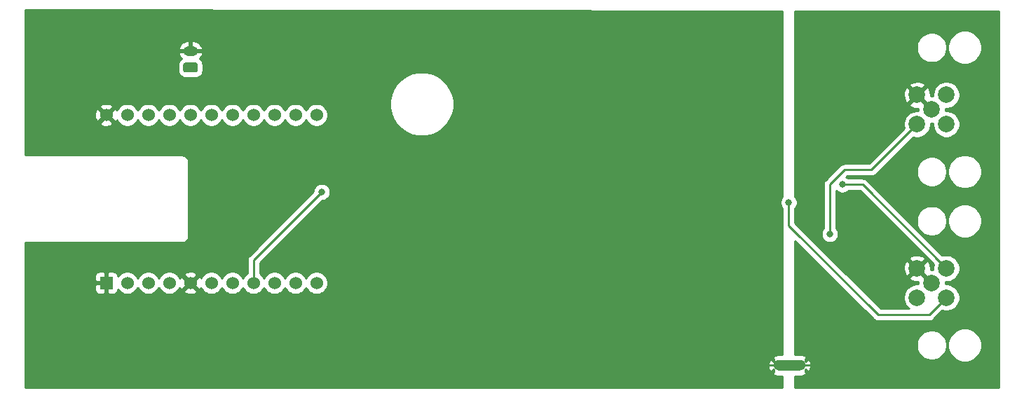
<source format=gbl>
G04 #@! TF.GenerationSoftware,KiCad,Pcbnew,5.1.8-5.fc33*
G04 #@! TF.CreationDate,2020-12-26T10:31:11+01:00*
G04 #@! TF.ProjectId,mini-beieli-pcb-cubecell,6d696e69-2d62-4656-9965-6c692d706362,rev?*
G04 #@! TF.SameCoordinates,Original*
G04 #@! TF.FileFunction,Copper,L2,Bot*
G04 #@! TF.FilePolarity,Positive*
%FSLAX46Y46*%
G04 Gerber Fmt 4.6, Leading zero omitted, Abs format (unit mm)*
G04 Created by KiCad (PCBNEW 5.1.8-5.fc33) date 2020-12-26 10:31:11*
%MOMM*%
%LPD*%
G01*
G04 APERTURE LIST*
G04 #@! TA.AperFunction,EtchedComponent*
%ADD10C,0.100000*%
G04 #@! TD*
G04 #@! TA.AperFunction,ComponentPad*
%ADD11C,1.524000*%
G04 #@! TD*
G04 #@! TA.AperFunction,ComponentPad*
%ADD12R,1.524000X1.524000*%
G04 #@! TD*
G04 #@! TA.AperFunction,ComponentPad*
%ADD13C,2.000000*%
G04 #@! TD*
G04 #@! TA.AperFunction,ComponentPad*
%ADD14O,1.750000X1.200000*%
G04 #@! TD*
G04 #@! TA.AperFunction,ComponentPad*
%ADD15C,1.300000*%
G04 #@! TD*
G04 #@! TA.AperFunction,ViaPad*
%ADD16C,0.800000*%
G04 #@! TD*
G04 #@! TA.AperFunction,Conductor*
%ADD17C,0.250000*%
G04 #@! TD*
G04 #@! TA.AperFunction,Conductor*
%ADD18C,0.254000*%
G04 #@! TD*
G04 #@! TA.AperFunction,Conductor*
%ADD19C,0.100000*%
G04 #@! TD*
G04 APERTURE END LIST*
D10*
G36*
X134620000Y-78120000D02*
G01*
X132020000Y-78120000D01*
X132020000Y-76820000D01*
X134620000Y-76820000D01*
X134620000Y-78120000D01*
G37*
D11*
X76178000Y-47215000D03*
X73638000Y-47215000D03*
X71098000Y-47215000D03*
X68558000Y-47215000D03*
X66018000Y-47215000D03*
X63478000Y-47215000D03*
X60938000Y-47215000D03*
X58398000Y-47215000D03*
X55858000Y-47215000D03*
X53318000Y-47215000D03*
X50778000Y-47215000D03*
X76178000Y-67515000D03*
X73638000Y-67515000D03*
X71098000Y-67515000D03*
X68558000Y-67515000D03*
X66018000Y-67515000D03*
X63478000Y-67515000D03*
X60938000Y-67515000D03*
X58398000Y-67495000D03*
X55858000Y-67495000D03*
X53318000Y-67495000D03*
D12*
X50778000Y-67495000D03*
D13*
X150495000Y-67515000D03*
X152265000Y-65745000D03*
X152265000Y-69285000D03*
X148725000Y-65745000D03*
X148725000Y-69285000D03*
D14*
X60960000Y-39480000D03*
G04 #@! TA.AperFunction,ComponentPad*
G36*
G01*
X61585001Y-42080000D02*
X60334999Y-42080000D01*
G75*
G02*
X60085000Y-41830001I0J249999D01*
G01*
X60085000Y-41129999D01*
G75*
G02*
X60334999Y-40880000I249999J0D01*
G01*
X61585001Y-40880000D01*
G75*
G02*
X61835000Y-41129999I0J-249999D01*
G01*
X61835000Y-41830001D01*
G75*
G02*
X61585001Y-42080000I-249999J0D01*
G01*
G37*
G04 #@! TD.AperFunction*
D15*
X132020000Y-77470000D03*
X134620000Y-77470000D03*
D13*
X150495000Y-46560000D03*
X152265000Y-44790000D03*
X152265000Y-48330000D03*
X148725000Y-44790000D03*
X148725000Y-48330000D03*
D16*
X96478000Y-60722000D03*
X139700000Y-55626000D03*
X133223000Y-57785000D03*
X133223000Y-57785000D03*
X76815000Y-56515000D03*
X138176000Y-61607750D03*
D17*
X132020000Y-77470000D02*
X129540000Y-77470000D01*
X134620000Y-77470000D02*
X137668000Y-77470000D01*
X152265000Y-65745000D02*
X142146000Y-55626000D01*
X142146000Y-55626000D02*
X139700000Y-55626000D01*
X139700000Y-55626000D02*
X139700000Y-55626000D01*
X133223000Y-57785000D02*
X133223000Y-60579000D01*
X133223000Y-60579000D02*
X144018000Y-71374000D01*
X150176000Y-71374000D02*
X152265000Y-69285000D01*
X144018000Y-71374000D02*
X150176000Y-71374000D01*
X68558000Y-64772000D02*
X76815000Y-56515000D01*
X68558000Y-67515000D02*
X68558000Y-64772000D01*
X143207000Y-53848000D02*
X148725000Y-48330000D01*
X139954000Y-53848000D02*
X143207000Y-53848000D01*
X138176000Y-55626000D02*
X139954000Y-53848000D01*
X138176000Y-61607750D02*
X138176000Y-55626000D01*
D18*
X158623000Y-80137000D02*
X133985000Y-80137000D01*
X133985000Y-78755000D01*
X134594974Y-78755000D01*
X134696455Y-78758952D01*
X134946449Y-78719270D01*
X135183896Y-78631578D01*
X135272534Y-78584201D01*
X135325922Y-78355527D01*
X135236619Y-78266224D01*
X135241124Y-78252024D01*
X135241373Y-78249808D01*
X135242030Y-78247684D01*
X135248276Y-78188257D01*
X135254938Y-78128866D01*
X135254968Y-78124596D01*
X135254985Y-78124433D01*
X135254970Y-78124270D01*
X135255000Y-78120000D01*
X135255000Y-77925395D01*
X135505527Y-78175922D01*
X135734201Y-78122534D01*
X135840095Y-77892626D01*
X135899102Y-77646476D01*
X135908952Y-77393545D01*
X135869270Y-77143551D01*
X135781578Y-76906104D01*
X135734201Y-76817466D01*
X135505527Y-76764078D01*
X135255000Y-77014605D01*
X135255000Y-76820000D01*
X135249166Y-76760495D01*
X135243752Y-76701013D01*
X135243125Y-76698882D01*
X135242907Y-76696661D01*
X135236142Y-76674253D01*
X135325922Y-76584473D01*
X135272534Y-76355799D01*
X135042626Y-76249905D01*
X134796476Y-76190898D01*
X134543545Y-76181048D01*
X134518648Y-76185000D01*
X133985000Y-76185000D01*
X133985000Y-74834268D01*
X148660000Y-74834268D01*
X148660000Y-75195732D01*
X148730518Y-75550250D01*
X148868844Y-75884199D01*
X149069662Y-76184744D01*
X149325256Y-76440338D01*
X149625801Y-76641156D01*
X149959750Y-76779482D01*
X150314268Y-76850000D01*
X150675732Y-76850000D01*
X151030250Y-76779482D01*
X151364199Y-76641156D01*
X151664744Y-76440338D01*
X151920338Y-76184744D01*
X152121156Y-75884199D01*
X152259482Y-75550250D01*
X152330000Y-75195732D01*
X152330000Y-74834268D01*
X152325593Y-74812108D01*
X152435000Y-74812108D01*
X152435000Y-75217892D01*
X152514165Y-75615880D01*
X152669452Y-75990776D01*
X152894894Y-76328173D01*
X153181827Y-76615106D01*
X153519224Y-76840548D01*
X153894120Y-76995835D01*
X154292108Y-77075000D01*
X154697892Y-77075000D01*
X155095880Y-76995835D01*
X155470776Y-76840548D01*
X155808173Y-76615106D01*
X156095106Y-76328173D01*
X156320548Y-75990776D01*
X156475835Y-75615880D01*
X156555000Y-75217892D01*
X156555000Y-74812108D01*
X156475835Y-74414120D01*
X156320548Y-74039224D01*
X156095106Y-73701827D01*
X155808173Y-73414894D01*
X155470776Y-73189452D01*
X155095880Y-73034165D01*
X154697892Y-72955000D01*
X154292108Y-72955000D01*
X153894120Y-73034165D01*
X153519224Y-73189452D01*
X153181827Y-73414894D01*
X152894894Y-73701827D01*
X152669452Y-74039224D01*
X152514165Y-74414120D01*
X152435000Y-74812108D01*
X152325593Y-74812108D01*
X152259482Y-74479750D01*
X152121156Y-74145801D01*
X151920338Y-73845256D01*
X151664744Y-73589662D01*
X151364199Y-73388844D01*
X151030250Y-73250518D01*
X150675732Y-73180000D01*
X150314268Y-73180000D01*
X149959750Y-73250518D01*
X149625801Y-73388844D01*
X149325256Y-73589662D01*
X149069662Y-73845256D01*
X148868844Y-74145801D01*
X148730518Y-74479750D01*
X148660000Y-74834268D01*
X133985000Y-74834268D01*
X133985000Y-62415801D01*
X143454205Y-71885008D01*
X143477999Y-71914001D01*
X143506992Y-71937795D01*
X143506996Y-71937799D01*
X143577685Y-71995811D01*
X143593724Y-72008974D01*
X143725753Y-72079546D01*
X143869014Y-72123003D01*
X143980667Y-72134000D01*
X143980676Y-72134000D01*
X144017999Y-72137676D01*
X144055322Y-72134000D01*
X150138678Y-72134000D01*
X150176000Y-72137676D01*
X150213322Y-72134000D01*
X150213333Y-72134000D01*
X150324986Y-72123003D01*
X150468247Y-72079546D01*
X150600276Y-72008974D01*
X150716001Y-71914001D01*
X150739804Y-71884997D01*
X151773625Y-70851177D01*
X151788088Y-70857168D01*
X152103967Y-70920000D01*
X152426033Y-70920000D01*
X152741912Y-70857168D01*
X153039463Y-70733918D01*
X153307252Y-70554987D01*
X153534987Y-70327252D01*
X153713918Y-70059463D01*
X153837168Y-69761912D01*
X153900000Y-69446033D01*
X153900000Y-69123967D01*
X153837168Y-68808088D01*
X153713918Y-68510537D01*
X153534987Y-68242748D01*
X153307252Y-68015013D01*
X153039463Y-67836082D01*
X152741912Y-67712832D01*
X152426033Y-67650000D01*
X152124835Y-67650000D01*
X152136718Y-67452405D01*
X152126789Y-67380000D01*
X152426033Y-67380000D01*
X152741912Y-67317168D01*
X153039463Y-67193918D01*
X153307252Y-67014987D01*
X153534987Y-66787252D01*
X153713918Y-66519463D01*
X153837168Y-66221912D01*
X153900000Y-65906033D01*
X153900000Y-65583967D01*
X153837168Y-65268088D01*
X153713918Y-64970537D01*
X153534987Y-64702748D01*
X153307252Y-64475013D01*
X153039463Y-64296082D01*
X152741912Y-64172832D01*
X152426033Y-64110000D01*
X152103967Y-64110000D01*
X151788088Y-64172832D01*
X151773625Y-64178823D01*
X147429070Y-59834268D01*
X148660000Y-59834268D01*
X148660000Y-60195732D01*
X148730518Y-60550250D01*
X148868844Y-60884199D01*
X149069662Y-61184744D01*
X149325256Y-61440338D01*
X149625801Y-61641156D01*
X149959750Y-61779482D01*
X150314268Y-61850000D01*
X150675732Y-61850000D01*
X151030250Y-61779482D01*
X151364199Y-61641156D01*
X151664744Y-61440338D01*
X151920338Y-61184744D01*
X152121156Y-60884199D01*
X152259482Y-60550250D01*
X152330000Y-60195732D01*
X152330000Y-59834268D01*
X152325593Y-59812108D01*
X152435000Y-59812108D01*
X152435000Y-60217892D01*
X152514165Y-60615880D01*
X152669452Y-60990776D01*
X152894894Y-61328173D01*
X153181827Y-61615106D01*
X153519224Y-61840548D01*
X153894120Y-61995835D01*
X154292108Y-62075000D01*
X154697892Y-62075000D01*
X155095880Y-61995835D01*
X155470776Y-61840548D01*
X155808173Y-61615106D01*
X156095106Y-61328173D01*
X156320548Y-60990776D01*
X156475835Y-60615880D01*
X156555000Y-60217892D01*
X156555000Y-59812108D01*
X156475835Y-59414120D01*
X156320548Y-59039224D01*
X156095106Y-58701827D01*
X155808173Y-58414894D01*
X155470776Y-58189452D01*
X155095880Y-58034165D01*
X154697892Y-57955000D01*
X154292108Y-57955000D01*
X153894120Y-58034165D01*
X153519224Y-58189452D01*
X153181827Y-58414894D01*
X152894894Y-58701827D01*
X152669452Y-59039224D01*
X152514165Y-59414120D01*
X152435000Y-59812108D01*
X152325593Y-59812108D01*
X152259482Y-59479750D01*
X152121156Y-59145801D01*
X151920338Y-58845256D01*
X151664744Y-58589662D01*
X151364199Y-58388844D01*
X151030250Y-58250518D01*
X150675732Y-58180000D01*
X150314268Y-58180000D01*
X149959750Y-58250518D01*
X149625801Y-58388844D01*
X149325256Y-58589662D01*
X149069662Y-58845256D01*
X148868844Y-59145801D01*
X148730518Y-59479750D01*
X148660000Y-59834268D01*
X147429070Y-59834268D01*
X142709804Y-55115003D01*
X142686001Y-55085999D01*
X142570276Y-54991026D01*
X142438247Y-54920454D01*
X142294986Y-54876997D01*
X142183333Y-54866000D01*
X142183322Y-54866000D01*
X142146000Y-54862324D01*
X142108678Y-54866000D01*
X140403711Y-54866000D01*
X140359774Y-54822063D01*
X140190256Y-54708795D01*
X140174523Y-54702278D01*
X140268802Y-54608000D01*
X143169678Y-54608000D01*
X143207000Y-54611676D01*
X143244322Y-54608000D01*
X143244333Y-54608000D01*
X143355986Y-54597003D01*
X143499247Y-54553546D01*
X143631276Y-54482974D01*
X143747001Y-54388001D01*
X143770804Y-54358997D01*
X144250533Y-53879268D01*
X148660000Y-53879268D01*
X148660000Y-54240732D01*
X148730518Y-54595250D01*
X148868844Y-54929199D01*
X149069662Y-55229744D01*
X149325256Y-55485338D01*
X149625801Y-55686156D01*
X149959750Y-55824482D01*
X150314268Y-55895000D01*
X150675732Y-55895000D01*
X151030250Y-55824482D01*
X151364199Y-55686156D01*
X151664744Y-55485338D01*
X151920338Y-55229744D01*
X152121156Y-54929199D01*
X152259482Y-54595250D01*
X152330000Y-54240732D01*
X152330000Y-53879268D01*
X152325593Y-53857108D01*
X152435000Y-53857108D01*
X152435000Y-54262892D01*
X152514165Y-54660880D01*
X152669452Y-55035776D01*
X152894894Y-55373173D01*
X153181827Y-55660106D01*
X153519224Y-55885548D01*
X153894120Y-56040835D01*
X154292108Y-56120000D01*
X154697892Y-56120000D01*
X155095880Y-56040835D01*
X155470776Y-55885548D01*
X155808173Y-55660106D01*
X156095106Y-55373173D01*
X156320548Y-55035776D01*
X156475835Y-54660880D01*
X156555000Y-54262892D01*
X156555000Y-53857108D01*
X156475835Y-53459120D01*
X156320548Y-53084224D01*
X156095106Y-52746827D01*
X155808173Y-52459894D01*
X155470776Y-52234452D01*
X155095880Y-52079165D01*
X154697892Y-52000000D01*
X154292108Y-52000000D01*
X153894120Y-52079165D01*
X153519224Y-52234452D01*
X153181827Y-52459894D01*
X152894894Y-52746827D01*
X152669452Y-53084224D01*
X152514165Y-53459120D01*
X152435000Y-53857108D01*
X152325593Y-53857108D01*
X152259482Y-53524750D01*
X152121156Y-53190801D01*
X151920338Y-52890256D01*
X151664744Y-52634662D01*
X151364199Y-52433844D01*
X151030250Y-52295518D01*
X150675732Y-52225000D01*
X150314268Y-52225000D01*
X149959750Y-52295518D01*
X149625801Y-52433844D01*
X149325256Y-52634662D01*
X149069662Y-52890256D01*
X148868844Y-53190801D01*
X148730518Y-53524750D01*
X148660000Y-53879268D01*
X144250533Y-53879268D01*
X148233625Y-49896177D01*
X148248088Y-49902168D01*
X148563967Y-49965000D01*
X148886033Y-49965000D01*
X149201912Y-49902168D01*
X149499463Y-49778918D01*
X149767252Y-49599987D01*
X149994987Y-49372252D01*
X150173918Y-49104463D01*
X150297168Y-48806912D01*
X150360000Y-48491033D01*
X150360000Y-48189835D01*
X150557595Y-48201718D01*
X150630000Y-48191789D01*
X150630000Y-48491033D01*
X150692832Y-48806912D01*
X150816082Y-49104463D01*
X150995013Y-49372252D01*
X151222748Y-49599987D01*
X151490537Y-49778918D01*
X151788088Y-49902168D01*
X152103967Y-49965000D01*
X152426033Y-49965000D01*
X152741912Y-49902168D01*
X153039463Y-49778918D01*
X153307252Y-49599987D01*
X153534987Y-49372252D01*
X153713918Y-49104463D01*
X153837168Y-48806912D01*
X153900000Y-48491033D01*
X153900000Y-48168967D01*
X153837168Y-47853088D01*
X153713918Y-47555537D01*
X153534987Y-47287748D01*
X153307252Y-47060013D01*
X153039463Y-46881082D01*
X152741912Y-46757832D01*
X152426033Y-46695000D01*
X152124835Y-46695000D01*
X152136718Y-46497405D01*
X152126789Y-46425000D01*
X152426033Y-46425000D01*
X152741912Y-46362168D01*
X153039463Y-46238918D01*
X153307252Y-46059987D01*
X153534987Y-45832252D01*
X153713918Y-45564463D01*
X153837168Y-45266912D01*
X153900000Y-44951033D01*
X153900000Y-44628967D01*
X153837168Y-44313088D01*
X153713918Y-44015537D01*
X153534987Y-43747748D01*
X153307252Y-43520013D01*
X153039463Y-43341082D01*
X152741912Y-43217832D01*
X152426033Y-43155000D01*
X152103967Y-43155000D01*
X151788088Y-43217832D01*
X151490537Y-43341082D01*
X151222748Y-43520013D01*
X150995013Y-43747748D01*
X150816082Y-44015537D01*
X150692832Y-44313088D01*
X150630000Y-44628967D01*
X150630000Y-44930165D01*
X150432405Y-44918282D01*
X150354597Y-44928952D01*
X150366718Y-44727405D01*
X150322961Y-44408325D01*
X150217795Y-44103912D01*
X150124814Y-43929956D01*
X149860413Y-43834192D01*
X148904605Y-44790000D01*
X150495000Y-46380395D01*
X150509143Y-46366253D01*
X150688748Y-46545858D01*
X150674605Y-46560000D01*
X150688748Y-46574143D01*
X150509143Y-46753748D01*
X150495000Y-46739605D01*
X150480858Y-46753748D01*
X150301253Y-46574143D01*
X150315395Y-46560000D01*
X148725000Y-44969605D01*
X147769192Y-45925413D01*
X147864956Y-46189814D01*
X148154571Y-46330704D01*
X148466108Y-46412384D01*
X148787595Y-46431718D01*
X148865403Y-46421048D01*
X148853282Y-46622595D01*
X148863211Y-46695000D01*
X148563967Y-46695000D01*
X148248088Y-46757832D01*
X147950537Y-46881082D01*
X147682748Y-47060013D01*
X147455013Y-47287748D01*
X147276082Y-47555537D01*
X147152832Y-47853088D01*
X147090000Y-48168967D01*
X147090000Y-48491033D01*
X147152832Y-48806912D01*
X147158823Y-48821375D01*
X142892199Y-53088000D01*
X139991325Y-53088000D01*
X139954000Y-53084324D01*
X139916675Y-53088000D01*
X139916667Y-53088000D01*
X139805014Y-53098997D01*
X139661753Y-53142454D01*
X139529724Y-53213026D01*
X139413999Y-53307999D01*
X139390201Y-53336997D01*
X137664998Y-55062201D01*
X137636000Y-55085999D01*
X137612202Y-55114997D01*
X137612201Y-55114998D01*
X137541026Y-55201724D01*
X137470454Y-55333754D01*
X137426998Y-55477015D01*
X137412324Y-55626000D01*
X137416001Y-55663332D01*
X137416000Y-60904039D01*
X137372063Y-60947976D01*
X137258795Y-61117494D01*
X137180774Y-61305852D01*
X137141000Y-61505811D01*
X137141000Y-61709689D01*
X137180774Y-61909648D01*
X137258795Y-62098006D01*
X137372063Y-62267524D01*
X137516226Y-62411687D01*
X137685744Y-62524955D01*
X137874102Y-62602976D01*
X138074061Y-62642750D01*
X138277939Y-62642750D01*
X138477898Y-62602976D01*
X138666256Y-62524955D01*
X138835774Y-62411687D01*
X138979937Y-62267524D01*
X139093205Y-62098006D01*
X139171226Y-61909648D01*
X139211000Y-61709689D01*
X139211000Y-61505811D01*
X139171226Y-61305852D01*
X139093205Y-61117494D01*
X138979937Y-60947976D01*
X138936000Y-60904039D01*
X138936000Y-56325711D01*
X139040226Y-56429937D01*
X139209744Y-56543205D01*
X139398102Y-56621226D01*
X139598061Y-56661000D01*
X139801939Y-56661000D01*
X140001898Y-56621226D01*
X140190256Y-56543205D01*
X140359774Y-56429937D01*
X140403711Y-56386000D01*
X141831199Y-56386000D01*
X150698823Y-65253625D01*
X150692832Y-65268088D01*
X150630000Y-65583967D01*
X150630000Y-65885165D01*
X150432405Y-65873282D01*
X150354597Y-65883952D01*
X150366718Y-65682405D01*
X150322961Y-65363325D01*
X150217795Y-65058912D01*
X150124814Y-64884956D01*
X149860413Y-64789192D01*
X148904605Y-65745000D01*
X150495000Y-67335395D01*
X150509143Y-67321253D01*
X150688748Y-67500858D01*
X150674605Y-67515000D01*
X150688748Y-67529143D01*
X150509143Y-67708748D01*
X150495000Y-67694605D01*
X150480858Y-67708748D01*
X150301253Y-67529143D01*
X150315395Y-67515000D01*
X148725000Y-65924605D01*
X147769192Y-66880413D01*
X147864956Y-67144814D01*
X148154571Y-67285704D01*
X148466108Y-67367384D01*
X148787595Y-67386718D01*
X148865403Y-67376048D01*
X148853282Y-67577595D01*
X148863211Y-67650000D01*
X148563967Y-67650000D01*
X148248088Y-67712832D01*
X147950537Y-67836082D01*
X147682748Y-68015013D01*
X147455013Y-68242748D01*
X147276082Y-68510537D01*
X147152832Y-68808088D01*
X147090000Y-69123967D01*
X147090000Y-69446033D01*
X147152832Y-69761912D01*
X147276082Y-70059463D01*
X147455013Y-70327252D01*
X147682748Y-70554987D01*
X147771067Y-70614000D01*
X144332803Y-70614000D01*
X139526398Y-65807595D01*
X147083282Y-65807595D01*
X147127039Y-66126675D01*
X147232205Y-66431088D01*
X147325186Y-66605044D01*
X147589587Y-66700808D01*
X148545395Y-65745000D01*
X147589587Y-64789192D01*
X147325186Y-64884956D01*
X147184296Y-65174571D01*
X147102616Y-65486108D01*
X147083282Y-65807595D01*
X139526398Y-65807595D01*
X138328390Y-64609587D01*
X147769192Y-64609587D01*
X148725000Y-65565395D01*
X149680808Y-64609587D01*
X149585044Y-64345186D01*
X149295429Y-64204296D01*
X148983892Y-64122616D01*
X148662405Y-64103282D01*
X148343325Y-64147039D01*
X148038912Y-64252205D01*
X147864956Y-64345186D01*
X147769192Y-64609587D01*
X138328390Y-64609587D01*
X133985000Y-60266199D01*
X133985000Y-58486711D01*
X134026937Y-58444774D01*
X134140205Y-58275256D01*
X134218226Y-58086898D01*
X134258000Y-57886939D01*
X134258000Y-57683061D01*
X134218226Y-57483102D01*
X134140205Y-57294744D01*
X134026937Y-57125226D01*
X133985000Y-57083289D01*
X133985000Y-44852595D01*
X147083282Y-44852595D01*
X147127039Y-45171675D01*
X147232205Y-45476088D01*
X147325186Y-45650044D01*
X147589587Y-45745808D01*
X148545395Y-44790000D01*
X147589587Y-43834192D01*
X147325186Y-43929956D01*
X147184296Y-44219571D01*
X147102616Y-44531108D01*
X147083282Y-44852595D01*
X133985000Y-44852595D01*
X133985000Y-43654587D01*
X147769192Y-43654587D01*
X148725000Y-44610395D01*
X149680808Y-43654587D01*
X149585044Y-43390186D01*
X149295429Y-43249296D01*
X148983892Y-43167616D01*
X148662405Y-43148282D01*
X148343325Y-43192039D01*
X148038912Y-43297205D01*
X147864956Y-43390186D01*
X147769192Y-43654587D01*
X133985000Y-43654587D01*
X133985000Y-38879268D01*
X148660000Y-38879268D01*
X148660000Y-39240732D01*
X148730518Y-39595250D01*
X148868844Y-39929199D01*
X149069662Y-40229744D01*
X149325256Y-40485338D01*
X149625801Y-40686156D01*
X149959750Y-40824482D01*
X150314268Y-40895000D01*
X150675732Y-40895000D01*
X151030250Y-40824482D01*
X151364199Y-40686156D01*
X151664744Y-40485338D01*
X151920338Y-40229744D01*
X152121156Y-39929199D01*
X152259482Y-39595250D01*
X152330000Y-39240732D01*
X152330000Y-38879268D01*
X152325593Y-38857108D01*
X152435000Y-38857108D01*
X152435000Y-39262892D01*
X152514165Y-39660880D01*
X152669452Y-40035776D01*
X152894894Y-40373173D01*
X153181827Y-40660106D01*
X153519224Y-40885548D01*
X153894120Y-41040835D01*
X154292108Y-41120000D01*
X154697892Y-41120000D01*
X155095880Y-41040835D01*
X155470776Y-40885548D01*
X155808173Y-40660106D01*
X156095106Y-40373173D01*
X156320548Y-40035776D01*
X156475835Y-39660880D01*
X156555000Y-39262892D01*
X156555000Y-38857108D01*
X156475835Y-38459120D01*
X156320548Y-38084224D01*
X156095106Y-37746827D01*
X155808173Y-37459894D01*
X155470776Y-37234452D01*
X155095880Y-37079165D01*
X154697892Y-37000000D01*
X154292108Y-37000000D01*
X153894120Y-37079165D01*
X153519224Y-37234452D01*
X153181827Y-37459894D01*
X152894894Y-37746827D01*
X152669452Y-38084224D01*
X152514165Y-38459120D01*
X152435000Y-38857108D01*
X152325593Y-38857108D01*
X152259482Y-38524750D01*
X152121156Y-38190801D01*
X151920338Y-37890256D01*
X151664744Y-37634662D01*
X151364199Y-37433844D01*
X151030250Y-37295518D01*
X150675732Y-37225000D01*
X150314268Y-37225000D01*
X149959750Y-37295518D01*
X149625801Y-37433844D01*
X149325256Y-37634662D01*
X149069662Y-37890256D01*
X148868844Y-38190801D01*
X148730518Y-38524750D01*
X148660000Y-38879268D01*
X133985000Y-38879268D01*
X133985000Y-34671000D01*
X158623000Y-34671000D01*
X158623000Y-80137000D01*
G04 #@! TA.AperFunction,Conductor*
D19*
G36*
X158623000Y-80137000D02*
G01*
X133985000Y-80137000D01*
X133985000Y-78755000D01*
X134594974Y-78755000D01*
X134696455Y-78758952D01*
X134946449Y-78719270D01*
X135183896Y-78631578D01*
X135272534Y-78584201D01*
X135325922Y-78355527D01*
X135236619Y-78266224D01*
X135241124Y-78252024D01*
X135241373Y-78249808D01*
X135242030Y-78247684D01*
X135248276Y-78188257D01*
X135254938Y-78128866D01*
X135254968Y-78124596D01*
X135254985Y-78124433D01*
X135254970Y-78124270D01*
X135255000Y-78120000D01*
X135255000Y-77925395D01*
X135505527Y-78175922D01*
X135734201Y-78122534D01*
X135840095Y-77892626D01*
X135899102Y-77646476D01*
X135908952Y-77393545D01*
X135869270Y-77143551D01*
X135781578Y-76906104D01*
X135734201Y-76817466D01*
X135505527Y-76764078D01*
X135255000Y-77014605D01*
X135255000Y-76820000D01*
X135249166Y-76760495D01*
X135243752Y-76701013D01*
X135243125Y-76698882D01*
X135242907Y-76696661D01*
X135236142Y-76674253D01*
X135325922Y-76584473D01*
X135272534Y-76355799D01*
X135042626Y-76249905D01*
X134796476Y-76190898D01*
X134543545Y-76181048D01*
X134518648Y-76185000D01*
X133985000Y-76185000D01*
X133985000Y-74834268D01*
X148660000Y-74834268D01*
X148660000Y-75195732D01*
X148730518Y-75550250D01*
X148868844Y-75884199D01*
X149069662Y-76184744D01*
X149325256Y-76440338D01*
X149625801Y-76641156D01*
X149959750Y-76779482D01*
X150314268Y-76850000D01*
X150675732Y-76850000D01*
X151030250Y-76779482D01*
X151364199Y-76641156D01*
X151664744Y-76440338D01*
X151920338Y-76184744D01*
X152121156Y-75884199D01*
X152259482Y-75550250D01*
X152330000Y-75195732D01*
X152330000Y-74834268D01*
X152325593Y-74812108D01*
X152435000Y-74812108D01*
X152435000Y-75217892D01*
X152514165Y-75615880D01*
X152669452Y-75990776D01*
X152894894Y-76328173D01*
X153181827Y-76615106D01*
X153519224Y-76840548D01*
X153894120Y-76995835D01*
X154292108Y-77075000D01*
X154697892Y-77075000D01*
X155095880Y-76995835D01*
X155470776Y-76840548D01*
X155808173Y-76615106D01*
X156095106Y-76328173D01*
X156320548Y-75990776D01*
X156475835Y-75615880D01*
X156555000Y-75217892D01*
X156555000Y-74812108D01*
X156475835Y-74414120D01*
X156320548Y-74039224D01*
X156095106Y-73701827D01*
X155808173Y-73414894D01*
X155470776Y-73189452D01*
X155095880Y-73034165D01*
X154697892Y-72955000D01*
X154292108Y-72955000D01*
X153894120Y-73034165D01*
X153519224Y-73189452D01*
X153181827Y-73414894D01*
X152894894Y-73701827D01*
X152669452Y-74039224D01*
X152514165Y-74414120D01*
X152435000Y-74812108D01*
X152325593Y-74812108D01*
X152259482Y-74479750D01*
X152121156Y-74145801D01*
X151920338Y-73845256D01*
X151664744Y-73589662D01*
X151364199Y-73388844D01*
X151030250Y-73250518D01*
X150675732Y-73180000D01*
X150314268Y-73180000D01*
X149959750Y-73250518D01*
X149625801Y-73388844D01*
X149325256Y-73589662D01*
X149069662Y-73845256D01*
X148868844Y-74145801D01*
X148730518Y-74479750D01*
X148660000Y-74834268D01*
X133985000Y-74834268D01*
X133985000Y-62415801D01*
X143454205Y-71885008D01*
X143477999Y-71914001D01*
X143506992Y-71937795D01*
X143506996Y-71937799D01*
X143577685Y-71995811D01*
X143593724Y-72008974D01*
X143725753Y-72079546D01*
X143869014Y-72123003D01*
X143980667Y-72134000D01*
X143980676Y-72134000D01*
X144017999Y-72137676D01*
X144055322Y-72134000D01*
X150138678Y-72134000D01*
X150176000Y-72137676D01*
X150213322Y-72134000D01*
X150213333Y-72134000D01*
X150324986Y-72123003D01*
X150468247Y-72079546D01*
X150600276Y-72008974D01*
X150716001Y-71914001D01*
X150739804Y-71884997D01*
X151773625Y-70851177D01*
X151788088Y-70857168D01*
X152103967Y-70920000D01*
X152426033Y-70920000D01*
X152741912Y-70857168D01*
X153039463Y-70733918D01*
X153307252Y-70554987D01*
X153534987Y-70327252D01*
X153713918Y-70059463D01*
X153837168Y-69761912D01*
X153900000Y-69446033D01*
X153900000Y-69123967D01*
X153837168Y-68808088D01*
X153713918Y-68510537D01*
X153534987Y-68242748D01*
X153307252Y-68015013D01*
X153039463Y-67836082D01*
X152741912Y-67712832D01*
X152426033Y-67650000D01*
X152124835Y-67650000D01*
X152136718Y-67452405D01*
X152126789Y-67380000D01*
X152426033Y-67380000D01*
X152741912Y-67317168D01*
X153039463Y-67193918D01*
X153307252Y-67014987D01*
X153534987Y-66787252D01*
X153713918Y-66519463D01*
X153837168Y-66221912D01*
X153900000Y-65906033D01*
X153900000Y-65583967D01*
X153837168Y-65268088D01*
X153713918Y-64970537D01*
X153534987Y-64702748D01*
X153307252Y-64475013D01*
X153039463Y-64296082D01*
X152741912Y-64172832D01*
X152426033Y-64110000D01*
X152103967Y-64110000D01*
X151788088Y-64172832D01*
X151773625Y-64178823D01*
X147429070Y-59834268D01*
X148660000Y-59834268D01*
X148660000Y-60195732D01*
X148730518Y-60550250D01*
X148868844Y-60884199D01*
X149069662Y-61184744D01*
X149325256Y-61440338D01*
X149625801Y-61641156D01*
X149959750Y-61779482D01*
X150314268Y-61850000D01*
X150675732Y-61850000D01*
X151030250Y-61779482D01*
X151364199Y-61641156D01*
X151664744Y-61440338D01*
X151920338Y-61184744D01*
X152121156Y-60884199D01*
X152259482Y-60550250D01*
X152330000Y-60195732D01*
X152330000Y-59834268D01*
X152325593Y-59812108D01*
X152435000Y-59812108D01*
X152435000Y-60217892D01*
X152514165Y-60615880D01*
X152669452Y-60990776D01*
X152894894Y-61328173D01*
X153181827Y-61615106D01*
X153519224Y-61840548D01*
X153894120Y-61995835D01*
X154292108Y-62075000D01*
X154697892Y-62075000D01*
X155095880Y-61995835D01*
X155470776Y-61840548D01*
X155808173Y-61615106D01*
X156095106Y-61328173D01*
X156320548Y-60990776D01*
X156475835Y-60615880D01*
X156555000Y-60217892D01*
X156555000Y-59812108D01*
X156475835Y-59414120D01*
X156320548Y-59039224D01*
X156095106Y-58701827D01*
X155808173Y-58414894D01*
X155470776Y-58189452D01*
X155095880Y-58034165D01*
X154697892Y-57955000D01*
X154292108Y-57955000D01*
X153894120Y-58034165D01*
X153519224Y-58189452D01*
X153181827Y-58414894D01*
X152894894Y-58701827D01*
X152669452Y-59039224D01*
X152514165Y-59414120D01*
X152435000Y-59812108D01*
X152325593Y-59812108D01*
X152259482Y-59479750D01*
X152121156Y-59145801D01*
X151920338Y-58845256D01*
X151664744Y-58589662D01*
X151364199Y-58388844D01*
X151030250Y-58250518D01*
X150675732Y-58180000D01*
X150314268Y-58180000D01*
X149959750Y-58250518D01*
X149625801Y-58388844D01*
X149325256Y-58589662D01*
X149069662Y-58845256D01*
X148868844Y-59145801D01*
X148730518Y-59479750D01*
X148660000Y-59834268D01*
X147429070Y-59834268D01*
X142709804Y-55115003D01*
X142686001Y-55085999D01*
X142570276Y-54991026D01*
X142438247Y-54920454D01*
X142294986Y-54876997D01*
X142183333Y-54866000D01*
X142183322Y-54866000D01*
X142146000Y-54862324D01*
X142108678Y-54866000D01*
X140403711Y-54866000D01*
X140359774Y-54822063D01*
X140190256Y-54708795D01*
X140174523Y-54702278D01*
X140268802Y-54608000D01*
X143169678Y-54608000D01*
X143207000Y-54611676D01*
X143244322Y-54608000D01*
X143244333Y-54608000D01*
X143355986Y-54597003D01*
X143499247Y-54553546D01*
X143631276Y-54482974D01*
X143747001Y-54388001D01*
X143770804Y-54358997D01*
X144250533Y-53879268D01*
X148660000Y-53879268D01*
X148660000Y-54240732D01*
X148730518Y-54595250D01*
X148868844Y-54929199D01*
X149069662Y-55229744D01*
X149325256Y-55485338D01*
X149625801Y-55686156D01*
X149959750Y-55824482D01*
X150314268Y-55895000D01*
X150675732Y-55895000D01*
X151030250Y-55824482D01*
X151364199Y-55686156D01*
X151664744Y-55485338D01*
X151920338Y-55229744D01*
X152121156Y-54929199D01*
X152259482Y-54595250D01*
X152330000Y-54240732D01*
X152330000Y-53879268D01*
X152325593Y-53857108D01*
X152435000Y-53857108D01*
X152435000Y-54262892D01*
X152514165Y-54660880D01*
X152669452Y-55035776D01*
X152894894Y-55373173D01*
X153181827Y-55660106D01*
X153519224Y-55885548D01*
X153894120Y-56040835D01*
X154292108Y-56120000D01*
X154697892Y-56120000D01*
X155095880Y-56040835D01*
X155470776Y-55885548D01*
X155808173Y-55660106D01*
X156095106Y-55373173D01*
X156320548Y-55035776D01*
X156475835Y-54660880D01*
X156555000Y-54262892D01*
X156555000Y-53857108D01*
X156475835Y-53459120D01*
X156320548Y-53084224D01*
X156095106Y-52746827D01*
X155808173Y-52459894D01*
X155470776Y-52234452D01*
X155095880Y-52079165D01*
X154697892Y-52000000D01*
X154292108Y-52000000D01*
X153894120Y-52079165D01*
X153519224Y-52234452D01*
X153181827Y-52459894D01*
X152894894Y-52746827D01*
X152669452Y-53084224D01*
X152514165Y-53459120D01*
X152435000Y-53857108D01*
X152325593Y-53857108D01*
X152259482Y-53524750D01*
X152121156Y-53190801D01*
X151920338Y-52890256D01*
X151664744Y-52634662D01*
X151364199Y-52433844D01*
X151030250Y-52295518D01*
X150675732Y-52225000D01*
X150314268Y-52225000D01*
X149959750Y-52295518D01*
X149625801Y-52433844D01*
X149325256Y-52634662D01*
X149069662Y-52890256D01*
X148868844Y-53190801D01*
X148730518Y-53524750D01*
X148660000Y-53879268D01*
X144250533Y-53879268D01*
X148233625Y-49896177D01*
X148248088Y-49902168D01*
X148563967Y-49965000D01*
X148886033Y-49965000D01*
X149201912Y-49902168D01*
X149499463Y-49778918D01*
X149767252Y-49599987D01*
X149994987Y-49372252D01*
X150173918Y-49104463D01*
X150297168Y-48806912D01*
X150360000Y-48491033D01*
X150360000Y-48189835D01*
X150557595Y-48201718D01*
X150630000Y-48191789D01*
X150630000Y-48491033D01*
X150692832Y-48806912D01*
X150816082Y-49104463D01*
X150995013Y-49372252D01*
X151222748Y-49599987D01*
X151490537Y-49778918D01*
X151788088Y-49902168D01*
X152103967Y-49965000D01*
X152426033Y-49965000D01*
X152741912Y-49902168D01*
X153039463Y-49778918D01*
X153307252Y-49599987D01*
X153534987Y-49372252D01*
X153713918Y-49104463D01*
X153837168Y-48806912D01*
X153900000Y-48491033D01*
X153900000Y-48168967D01*
X153837168Y-47853088D01*
X153713918Y-47555537D01*
X153534987Y-47287748D01*
X153307252Y-47060013D01*
X153039463Y-46881082D01*
X152741912Y-46757832D01*
X152426033Y-46695000D01*
X152124835Y-46695000D01*
X152136718Y-46497405D01*
X152126789Y-46425000D01*
X152426033Y-46425000D01*
X152741912Y-46362168D01*
X153039463Y-46238918D01*
X153307252Y-46059987D01*
X153534987Y-45832252D01*
X153713918Y-45564463D01*
X153837168Y-45266912D01*
X153900000Y-44951033D01*
X153900000Y-44628967D01*
X153837168Y-44313088D01*
X153713918Y-44015537D01*
X153534987Y-43747748D01*
X153307252Y-43520013D01*
X153039463Y-43341082D01*
X152741912Y-43217832D01*
X152426033Y-43155000D01*
X152103967Y-43155000D01*
X151788088Y-43217832D01*
X151490537Y-43341082D01*
X151222748Y-43520013D01*
X150995013Y-43747748D01*
X150816082Y-44015537D01*
X150692832Y-44313088D01*
X150630000Y-44628967D01*
X150630000Y-44930165D01*
X150432405Y-44918282D01*
X150354597Y-44928952D01*
X150366718Y-44727405D01*
X150322961Y-44408325D01*
X150217795Y-44103912D01*
X150124814Y-43929956D01*
X149860413Y-43834192D01*
X148904605Y-44790000D01*
X150495000Y-46380395D01*
X150509143Y-46366253D01*
X150688748Y-46545858D01*
X150674605Y-46560000D01*
X150688748Y-46574143D01*
X150509143Y-46753748D01*
X150495000Y-46739605D01*
X150480858Y-46753748D01*
X150301253Y-46574143D01*
X150315395Y-46560000D01*
X148725000Y-44969605D01*
X147769192Y-45925413D01*
X147864956Y-46189814D01*
X148154571Y-46330704D01*
X148466108Y-46412384D01*
X148787595Y-46431718D01*
X148865403Y-46421048D01*
X148853282Y-46622595D01*
X148863211Y-46695000D01*
X148563967Y-46695000D01*
X148248088Y-46757832D01*
X147950537Y-46881082D01*
X147682748Y-47060013D01*
X147455013Y-47287748D01*
X147276082Y-47555537D01*
X147152832Y-47853088D01*
X147090000Y-48168967D01*
X147090000Y-48491033D01*
X147152832Y-48806912D01*
X147158823Y-48821375D01*
X142892199Y-53088000D01*
X139991325Y-53088000D01*
X139954000Y-53084324D01*
X139916675Y-53088000D01*
X139916667Y-53088000D01*
X139805014Y-53098997D01*
X139661753Y-53142454D01*
X139529724Y-53213026D01*
X139413999Y-53307999D01*
X139390201Y-53336997D01*
X137664998Y-55062201D01*
X137636000Y-55085999D01*
X137612202Y-55114997D01*
X137612201Y-55114998D01*
X137541026Y-55201724D01*
X137470454Y-55333754D01*
X137426998Y-55477015D01*
X137412324Y-55626000D01*
X137416001Y-55663332D01*
X137416000Y-60904039D01*
X137372063Y-60947976D01*
X137258795Y-61117494D01*
X137180774Y-61305852D01*
X137141000Y-61505811D01*
X137141000Y-61709689D01*
X137180774Y-61909648D01*
X137258795Y-62098006D01*
X137372063Y-62267524D01*
X137516226Y-62411687D01*
X137685744Y-62524955D01*
X137874102Y-62602976D01*
X138074061Y-62642750D01*
X138277939Y-62642750D01*
X138477898Y-62602976D01*
X138666256Y-62524955D01*
X138835774Y-62411687D01*
X138979937Y-62267524D01*
X139093205Y-62098006D01*
X139171226Y-61909648D01*
X139211000Y-61709689D01*
X139211000Y-61505811D01*
X139171226Y-61305852D01*
X139093205Y-61117494D01*
X138979937Y-60947976D01*
X138936000Y-60904039D01*
X138936000Y-56325711D01*
X139040226Y-56429937D01*
X139209744Y-56543205D01*
X139398102Y-56621226D01*
X139598061Y-56661000D01*
X139801939Y-56661000D01*
X140001898Y-56621226D01*
X140190256Y-56543205D01*
X140359774Y-56429937D01*
X140403711Y-56386000D01*
X141831199Y-56386000D01*
X150698823Y-65253625D01*
X150692832Y-65268088D01*
X150630000Y-65583967D01*
X150630000Y-65885165D01*
X150432405Y-65873282D01*
X150354597Y-65883952D01*
X150366718Y-65682405D01*
X150322961Y-65363325D01*
X150217795Y-65058912D01*
X150124814Y-64884956D01*
X149860413Y-64789192D01*
X148904605Y-65745000D01*
X150495000Y-67335395D01*
X150509143Y-67321253D01*
X150688748Y-67500858D01*
X150674605Y-67515000D01*
X150688748Y-67529143D01*
X150509143Y-67708748D01*
X150495000Y-67694605D01*
X150480858Y-67708748D01*
X150301253Y-67529143D01*
X150315395Y-67515000D01*
X148725000Y-65924605D01*
X147769192Y-66880413D01*
X147864956Y-67144814D01*
X148154571Y-67285704D01*
X148466108Y-67367384D01*
X148787595Y-67386718D01*
X148865403Y-67376048D01*
X148853282Y-67577595D01*
X148863211Y-67650000D01*
X148563967Y-67650000D01*
X148248088Y-67712832D01*
X147950537Y-67836082D01*
X147682748Y-68015013D01*
X147455013Y-68242748D01*
X147276082Y-68510537D01*
X147152832Y-68808088D01*
X147090000Y-69123967D01*
X147090000Y-69446033D01*
X147152832Y-69761912D01*
X147276082Y-70059463D01*
X147455013Y-70327252D01*
X147682748Y-70554987D01*
X147771067Y-70614000D01*
X144332803Y-70614000D01*
X139526398Y-65807595D01*
X147083282Y-65807595D01*
X147127039Y-66126675D01*
X147232205Y-66431088D01*
X147325186Y-66605044D01*
X147589587Y-66700808D01*
X148545395Y-65745000D01*
X147589587Y-64789192D01*
X147325186Y-64884956D01*
X147184296Y-65174571D01*
X147102616Y-65486108D01*
X147083282Y-65807595D01*
X139526398Y-65807595D01*
X138328390Y-64609587D01*
X147769192Y-64609587D01*
X148725000Y-65565395D01*
X149680808Y-64609587D01*
X149585044Y-64345186D01*
X149295429Y-64204296D01*
X148983892Y-64122616D01*
X148662405Y-64103282D01*
X148343325Y-64147039D01*
X148038912Y-64252205D01*
X147864956Y-64345186D01*
X147769192Y-64609587D01*
X138328390Y-64609587D01*
X133985000Y-60266199D01*
X133985000Y-58486711D01*
X134026937Y-58444774D01*
X134140205Y-58275256D01*
X134218226Y-58086898D01*
X134258000Y-57886939D01*
X134258000Y-57683061D01*
X134218226Y-57483102D01*
X134140205Y-57294744D01*
X134026937Y-57125226D01*
X133985000Y-57083289D01*
X133985000Y-44852595D01*
X147083282Y-44852595D01*
X147127039Y-45171675D01*
X147232205Y-45476088D01*
X147325186Y-45650044D01*
X147589587Y-45745808D01*
X148545395Y-44790000D01*
X147589587Y-43834192D01*
X147325186Y-43929956D01*
X147184296Y-44219571D01*
X147102616Y-44531108D01*
X147083282Y-44852595D01*
X133985000Y-44852595D01*
X133985000Y-43654587D01*
X147769192Y-43654587D01*
X148725000Y-44610395D01*
X149680808Y-43654587D01*
X149585044Y-43390186D01*
X149295429Y-43249296D01*
X148983892Y-43167616D01*
X148662405Y-43148282D01*
X148343325Y-43192039D01*
X148038912Y-43297205D01*
X147864956Y-43390186D01*
X147769192Y-43654587D01*
X133985000Y-43654587D01*
X133985000Y-38879268D01*
X148660000Y-38879268D01*
X148660000Y-39240732D01*
X148730518Y-39595250D01*
X148868844Y-39929199D01*
X149069662Y-40229744D01*
X149325256Y-40485338D01*
X149625801Y-40686156D01*
X149959750Y-40824482D01*
X150314268Y-40895000D01*
X150675732Y-40895000D01*
X151030250Y-40824482D01*
X151364199Y-40686156D01*
X151664744Y-40485338D01*
X151920338Y-40229744D01*
X152121156Y-39929199D01*
X152259482Y-39595250D01*
X152330000Y-39240732D01*
X152330000Y-38879268D01*
X152325593Y-38857108D01*
X152435000Y-38857108D01*
X152435000Y-39262892D01*
X152514165Y-39660880D01*
X152669452Y-40035776D01*
X152894894Y-40373173D01*
X153181827Y-40660106D01*
X153519224Y-40885548D01*
X153894120Y-41040835D01*
X154292108Y-41120000D01*
X154697892Y-41120000D01*
X155095880Y-41040835D01*
X155470776Y-40885548D01*
X155808173Y-40660106D01*
X156095106Y-40373173D01*
X156320548Y-40035776D01*
X156475835Y-39660880D01*
X156555000Y-39262892D01*
X156555000Y-38857108D01*
X156475835Y-38459120D01*
X156320548Y-38084224D01*
X156095106Y-37746827D01*
X155808173Y-37459894D01*
X155470776Y-37234452D01*
X155095880Y-37079165D01*
X154697892Y-37000000D01*
X154292108Y-37000000D01*
X153894120Y-37079165D01*
X153519224Y-37234452D01*
X153181827Y-37459894D01*
X152894894Y-37746827D01*
X152669452Y-38084224D01*
X152514165Y-38459120D01*
X152435000Y-38857108D01*
X152325593Y-38857108D01*
X152259482Y-38524750D01*
X152121156Y-38190801D01*
X151920338Y-37890256D01*
X151664744Y-37634662D01*
X151364199Y-37433844D01*
X151030250Y-37295518D01*
X150675732Y-37225000D01*
X150314268Y-37225000D01*
X149959750Y-37295518D01*
X149625801Y-37433844D01*
X149325256Y-37634662D01*
X149069662Y-37890256D01*
X148868844Y-38190801D01*
X148730518Y-38524750D01*
X148660000Y-38879268D01*
X133985000Y-38879268D01*
X133985000Y-34671000D01*
X158623000Y-34671000D01*
X158623000Y-80137000D01*
G37*
G04 #@! TD.AperFunction*
D18*
X132461000Y-34670824D02*
X132461000Y-57083289D01*
X132419063Y-57125226D01*
X132305795Y-57294744D01*
X132227774Y-57483102D01*
X132188000Y-57683061D01*
X132188000Y-57886939D01*
X132227774Y-58086898D01*
X132305795Y-58275256D01*
X132419063Y-58444774D01*
X132461000Y-58486711D01*
X132461000Y-60561984D01*
X132459324Y-60579000D01*
X132461000Y-60596016D01*
X132461000Y-76185000D01*
X132045026Y-76185000D01*
X131943545Y-76181048D01*
X131693551Y-76220730D01*
X131456104Y-76308422D01*
X131367466Y-76355799D01*
X131314078Y-76584473D01*
X131403381Y-76673776D01*
X131398876Y-76687976D01*
X131398627Y-76690192D01*
X131397970Y-76692316D01*
X131391724Y-76751743D01*
X131385062Y-76811134D01*
X131385032Y-76815404D01*
X131385015Y-76815567D01*
X131385030Y-76815730D01*
X131385000Y-76820000D01*
X131385000Y-77014605D01*
X131134473Y-76764078D01*
X130905799Y-76817466D01*
X130799905Y-77047374D01*
X130740898Y-77293524D01*
X130731048Y-77546455D01*
X130770730Y-77796449D01*
X130858422Y-78033896D01*
X130905799Y-78122534D01*
X131134473Y-78175922D01*
X131385000Y-77925395D01*
X131385000Y-78120000D01*
X131390834Y-78179505D01*
X131396248Y-78238987D01*
X131396875Y-78241118D01*
X131397093Y-78243339D01*
X131403858Y-78265747D01*
X131314078Y-78355527D01*
X131367466Y-78584201D01*
X131597374Y-78690095D01*
X131843524Y-78749102D01*
X132096455Y-78758952D01*
X132121352Y-78755000D01*
X132461000Y-78755000D01*
X132461000Y-80137000D01*
X41021000Y-80137000D01*
X41021000Y-68257000D01*
X49377928Y-68257000D01*
X49390188Y-68381482D01*
X49426498Y-68501180D01*
X49485463Y-68611494D01*
X49564815Y-68708185D01*
X49661506Y-68787537D01*
X49771820Y-68846502D01*
X49891518Y-68882812D01*
X50016000Y-68895072D01*
X50492250Y-68892000D01*
X50651000Y-68733250D01*
X50651000Y-67622000D01*
X49539750Y-67622000D01*
X49381000Y-67780750D01*
X49377928Y-68257000D01*
X41021000Y-68257000D01*
X41021000Y-66733000D01*
X49377928Y-66733000D01*
X49381000Y-67209250D01*
X49539750Y-67368000D01*
X50651000Y-67368000D01*
X50651000Y-66256750D01*
X50905000Y-66256750D01*
X50905000Y-67368000D01*
X50925000Y-67368000D01*
X50925000Y-67622000D01*
X50905000Y-67622000D01*
X50905000Y-68733250D01*
X51063750Y-68892000D01*
X51540000Y-68895072D01*
X51664482Y-68882812D01*
X51784180Y-68846502D01*
X51894494Y-68787537D01*
X51991185Y-68708185D01*
X52070537Y-68611494D01*
X52129502Y-68501180D01*
X52165812Y-68381482D01*
X52174080Y-68297535D01*
X52232880Y-68385535D01*
X52427465Y-68580120D01*
X52656273Y-68733005D01*
X52910510Y-68838314D01*
X53180408Y-68892000D01*
X53455592Y-68892000D01*
X53725490Y-68838314D01*
X53979727Y-68733005D01*
X54208535Y-68580120D01*
X54403120Y-68385535D01*
X54556005Y-68156727D01*
X54588000Y-68079485D01*
X54619995Y-68156727D01*
X54772880Y-68385535D01*
X54967465Y-68580120D01*
X55196273Y-68733005D01*
X55450510Y-68838314D01*
X55720408Y-68892000D01*
X55995592Y-68892000D01*
X56265490Y-68838314D01*
X56519727Y-68733005D01*
X56748535Y-68580120D01*
X56943120Y-68385535D01*
X57096005Y-68156727D01*
X57128000Y-68079485D01*
X57159995Y-68156727D01*
X57312880Y-68385535D01*
X57507465Y-68580120D01*
X57736273Y-68733005D01*
X57990510Y-68838314D01*
X58260408Y-68892000D01*
X58535592Y-68892000D01*
X58805490Y-68838314D01*
X59059727Y-68733005D01*
X59288535Y-68580120D01*
X59388090Y-68480565D01*
X60152040Y-68480565D01*
X60219020Y-68720656D01*
X60468048Y-68837756D01*
X60735135Y-68904023D01*
X61010017Y-68916910D01*
X61282133Y-68875922D01*
X61541023Y-68782636D01*
X61656980Y-68720656D01*
X61723960Y-68480565D01*
X60938000Y-67694605D01*
X60152040Y-68480565D01*
X59388090Y-68480565D01*
X59483120Y-68385535D01*
X59636005Y-68156727D01*
X59661838Y-68094361D01*
X59670364Y-68118023D01*
X59732344Y-68233980D01*
X59972435Y-68300960D01*
X60758395Y-67515000D01*
X61117605Y-67515000D01*
X61903565Y-68300960D01*
X62143656Y-68233980D01*
X62207485Y-68098240D01*
X62239995Y-68176727D01*
X62392880Y-68405535D01*
X62587465Y-68600120D01*
X62816273Y-68753005D01*
X63070510Y-68858314D01*
X63340408Y-68912000D01*
X63615592Y-68912000D01*
X63885490Y-68858314D01*
X64139727Y-68753005D01*
X64368535Y-68600120D01*
X64563120Y-68405535D01*
X64716005Y-68176727D01*
X64748000Y-68099485D01*
X64779995Y-68176727D01*
X64932880Y-68405535D01*
X65127465Y-68600120D01*
X65356273Y-68753005D01*
X65610510Y-68858314D01*
X65880408Y-68912000D01*
X66155592Y-68912000D01*
X66425490Y-68858314D01*
X66679727Y-68753005D01*
X66908535Y-68600120D01*
X67103120Y-68405535D01*
X67256005Y-68176727D01*
X67288000Y-68099485D01*
X67319995Y-68176727D01*
X67472880Y-68405535D01*
X67667465Y-68600120D01*
X67896273Y-68753005D01*
X68150510Y-68858314D01*
X68420408Y-68912000D01*
X68695592Y-68912000D01*
X68965490Y-68858314D01*
X69219727Y-68753005D01*
X69448535Y-68600120D01*
X69643120Y-68405535D01*
X69796005Y-68176727D01*
X69828000Y-68099485D01*
X69859995Y-68176727D01*
X70012880Y-68405535D01*
X70207465Y-68600120D01*
X70436273Y-68753005D01*
X70690510Y-68858314D01*
X70960408Y-68912000D01*
X71235592Y-68912000D01*
X71505490Y-68858314D01*
X71759727Y-68753005D01*
X71988535Y-68600120D01*
X72183120Y-68405535D01*
X72336005Y-68176727D01*
X72368000Y-68099485D01*
X72399995Y-68176727D01*
X72552880Y-68405535D01*
X72747465Y-68600120D01*
X72976273Y-68753005D01*
X73230510Y-68858314D01*
X73500408Y-68912000D01*
X73775592Y-68912000D01*
X74045490Y-68858314D01*
X74299727Y-68753005D01*
X74528535Y-68600120D01*
X74723120Y-68405535D01*
X74876005Y-68176727D01*
X74908000Y-68099485D01*
X74939995Y-68176727D01*
X75092880Y-68405535D01*
X75287465Y-68600120D01*
X75516273Y-68753005D01*
X75770510Y-68858314D01*
X76040408Y-68912000D01*
X76315592Y-68912000D01*
X76585490Y-68858314D01*
X76839727Y-68753005D01*
X77068535Y-68600120D01*
X77263120Y-68405535D01*
X77416005Y-68176727D01*
X77521314Y-67922490D01*
X77575000Y-67652592D01*
X77575000Y-67377408D01*
X77521314Y-67107510D01*
X77416005Y-66853273D01*
X77263120Y-66624465D01*
X77068535Y-66429880D01*
X76839727Y-66276995D01*
X76585490Y-66171686D01*
X76315592Y-66118000D01*
X76040408Y-66118000D01*
X75770510Y-66171686D01*
X75516273Y-66276995D01*
X75287465Y-66429880D01*
X75092880Y-66624465D01*
X74939995Y-66853273D01*
X74908000Y-66930515D01*
X74876005Y-66853273D01*
X74723120Y-66624465D01*
X74528535Y-66429880D01*
X74299727Y-66276995D01*
X74045490Y-66171686D01*
X73775592Y-66118000D01*
X73500408Y-66118000D01*
X73230510Y-66171686D01*
X72976273Y-66276995D01*
X72747465Y-66429880D01*
X72552880Y-66624465D01*
X72399995Y-66853273D01*
X72368000Y-66930515D01*
X72336005Y-66853273D01*
X72183120Y-66624465D01*
X71988535Y-66429880D01*
X71759727Y-66276995D01*
X71505490Y-66171686D01*
X71235592Y-66118000D01*
X70960408Y-66118000D01*
X70690510Y-66171686D01*
X70436273Y-66276995D01*
X70207465Y-66429880D01*
X70012880Y-66624465D01*
X69859995Y-66853273D01*
X69828000Y-66930515D01*
X69796005Y-66853273D01*
X69643120Y-66624465D01*
X69448535Y-66429880D01*
X69318000Y-66342659D01*
X69318000Y-65086801D01*
X76854803Y-57550000D01*
X76916939Y-57550000D01*
X77116898Y-57510226D01*
X77305256Y-57432205D01*
X77474774Y-57318937D01*
X77618937Y-57174774D01*
X77732205Y-57005256D01*
X77810226Y-56816898D01*
X77850000Y-56616939D01*
X77850000Y-56413061D01*
X77810226Y-56213102D01*
X77732205Y-56024744D01*
X77618937Y-55855226D01*
X77474774Y-55711063D01*
X77305256Y-55597795D01*
X77116898Y-55519774D01*
X76916939Y-55480000D01*
X76713061Y-55480000D01*
X76513102Y-55519774D01*
X76324744Y-55597795D01*
X76155226Y-55711063D01*
X76011063Y-55855226D01*
X75897795Y-56024744D01*
X75819774Y-56213102D01*
X75780000Y-56413061D01*
X75780000Y-56475197D01*
X68046998Y-64208201D01*
X68018000Y-64231999D01*
X67994202Y-64260997D01*
X67994201Y-64260998D01*
X67923026Y-64347724D01*
X67852454Y-64479754D01*
X67808998Y-64623015D01*
X67794324Y-64772000D01*
X67798001Y-64809332D01*
X67798000Y-66342659D01*
X67667465Y-66429880D01*
X67472880Y-66624465D01*
X67319995Y-66853273D01*
X67288000Y-66930515D01*
X67256005Y-66853273D01*
X67103120Y-66624465D01*
X66908535Y-66429880D01*
X66679727Y-66276995D01*
X66425490Y-66171686D01*
X66155592Y-66118000D01*
X65880408Y-66118000D01*
X65610510Y-66171686D01*
X65356273Y-66276995D01*
X65127465Y-66429880D01*
X64932880Y-66624465D01*
X64779995Y-66853273D01*
X64748000Y-66930515D01*
X64716005Y-66853273D01*
X64563120Y-66624465D01*
X64368535Y-66429880D01*
X64139727Y-66276995D01*
X63885490Y-66171686D01*
X63615592Y-66118000D01*
X63340408Y-66118000D01*
X63070510Y-66171686D01*
X62816273Y-66276995D01*
X62587465Y-66429880D01*
X62392880Y-66624465D01*
X62239995Y-66853273D01*
X62210308Y-66924943D01*
X62205636Y-66911977D01*
X62143656Y-66796020D01*
X61903565Y-66729040D01*
X61117605Y-67515000D01*
X60758395Y-67515000D01*
X59972435Y-66729040D01*
X59732344Y-66796020D01*
X59672920Y-66922393D01*
X59636005Y-66833273D01*
X59483120Y-66604465D01*
X59428090Y-66549435D01*
X60152040Y-66549435D01*
X60938000Y-67335395D01*
X61723960Y-66549435D01*
X61656980Y-66309344D01*
X61407952Y-66192244D01*
X61140865Y-66125977D01*
X60865983Y-66113090D01*
X60593867Y-66154078D01*
X60334977Y-66247364D01*
X60219020Y-66309344D01*
X60152040Y-66549435D01*
X59428090Y-66549435D01*
X59288535Y-66409880D01*
X59059727Y-66256995D01*
X58805490Y-66151686D01*
X58535592Y-66098000D01*
X58260408Y-66098000D01*
X57990510Y-66151686D01*
X57736273Y-66256995D01*
X57507465Y-66409880D01*
X57312880Y-66604465D01*
X57159995Y-66833273D01*
X57128000Y-66910515D01*
X57096005Y-66833273D01*
X56943120Y-66604465D01*
X56748535Y-66409880D01*
X56519727Y-66256995D01*
X56265490Y-66151686D01*
X55995592Y-66098000D01*
X55720408Y-66098000D01*
X55450510Y-66151686D01*
X55196273Y-66256995D01*
X54967465Y-66409880D01*
X54772880Y-66604465D01*
X54619995Y-66833273D01*
X54588000Y-66910515D01*
X54556005Y-66833273D01*
X54403120Y-66604465D01*
X54208535Y-66409880D01*
X53979727Y-66256995D01*
X53725490Y-66151686D01*
X53455592Y-66098000D01*
X53180408Y-66098000D01*
X52910510Y-66151686D01*
X52656273Y-66256995D01*
X52427465Y-66409880D01*
X52232880Y-66604465D01*
X52174080Y-66692465D01*
X52165812Y-66608518D01*
X52129502Y-66488820D01*
X52070537Y-66378506D01*
X51991185Y-66281815D01*
X51894494Y-66202463D01*
X51784180Y-66143498D01*
X51664482Y-66107188D01*
X51540000Y-66094928D01*
X51063750Y-66098000D01*
X50905000Y-66256750D01*
X50651000Y-66256750D01*
X50492250Y-66098000D01*
X50016000Y-66094928D01*
X49891518Y-66107188D01*
X49771820Y-66143498D01*
X49661506Y-66202463D01*
X49564815Y-66281815D01*
X49485463Y-66378506D01*
X49426498Y-66488820D01*
X49390188Y-66608518D01*
X49377928Y-66733000D01*
X41021000Y-66733000D01*
X41021000Y-62637000D01*
X59965123Y-62637000D01*
X60000000Y-62640435D01*
X60034877Y-62637000D01*
X60139184Y-62626727D01*
X60273020Y-62586128D01*
X60396363Y-62520200D01*
X60504475Y-62431475D01*
X60593200Y-62323363D01*
X60659128Y-62200020D01*
X60699727Y-62066184D01*
X60713435Y-61927000D01*
X60710000Y-61892123D01*
X60710000Y-52817877D01*
X60713435Y-52783000D01*
X60699727Y-52643816D01*
X60659128Y-52509980D01*
X60593200Y-52386637D01*
X60504475Y-52278525D01*
X60396363Y-52189800D01*
X60273020Y-52123872D01*
X60139184Y-52083273D01*
X60034877Y-52073000D01*
X60000000Y-52069565D01*
X59965123Y-52073000D01*
X41021000Y-52073000D01*
X41021000Y-48180565D01*
X49992040Y-48180565D01*
X50059020Y-48420656D01*
X50308048Y-48537756D01*
X50575135Y-48604023D01*
X50850017Y-48616910D01*
X51122133Y-48575922D01*
X51381023Y-48482636D01*
X51496980Y-48420656D01*
X51563960Y-48180565D01*
X50778000Y-47394605D01*
X49992040Y-48180565D01*
X41021000Y-48180565D01*
X41021000Y-47287017D01*
X49376090Y-47287017D01*
X49417078Y-47559133D01*
X49510364Y-47818023D01*
X49572344Y-47933980D01*
X49812435Y-48000960D01*
X50598395Y-47215000D01*
X50957605Y-47215000D01*
X51743565Y-48000960D01*
X51983656Y-47933980D01*
X52047485Y-47798240D01*
X52079995Y-47876727D01*
X52232880Y-48105535D01*
X52427465Y-48300120D01*
X52656273Y-48453005D01*
X52910510Y-48558314D01*
X53180408Y-48612000D01*
X53455592Y-48612000D01*
X53725490Y-48558314D01*
X53979727Y-48453005D01*
X54208535Y-48300120D01*
X54403120Y-48105535D01*
X54556005Y-47876727D01*
X54588000Y-47799485D01*
X54619995Y-47876727D01*
X54772880Y-48105535D01*
X54967465Y-48300120D01*
X55196273Y-48453005D01*
X55450510Y-48558314D01*
X55720408Y-48612000D01*
X55995592Y-48612000D01*
X56265490Y-48558314D01*
X56519727Y-48453005D01*
X56748535Y-48300120D01*
X56943120Y-48105535D01*
X57096005Y-47876727D01*
X57128000Y-47799485D01*
X57159995Y-47876727D01*
X57312880Y-48105535D01*
X57507465Y-48300120D01*
X57736273Y-48453005D01*
X57990510Y-48558314D01*
X58260408Y-48612000D01*
X58535592Y-48612000D01*
X58805490Y-48558314D01*
X59059727Y-48453005D01*
X59288535Y-48300120D01*
X59483120Y-48105535D01*
X59636005Y-47876727D01*
X59668000Y-47799485D01*
X59699995Y-47876727D01*
X59852880Y-48105535D01*
X60047465Y-48300120D01*
X60276273Y-48453005D01*
X60530510Y-48558314D01*
X60800408Y-48612000D01*
X61075592Y-48612000D01*
X61345490Y-48558314D01*
X61599727Y-48453005D01*
X61828535Y-48300120D01*
X62023120Y-48105535D01*
X62176005Y-47876727D01*
X62208000Y-47799485D01*
X62239995Y-47876727D01*
X62392880Y-48105535D01*
X62587465Y-48300120D01*
X62816273Y-48453005D01*
X63070510Y-48558314D01*
X63340408Y-48612000D01*
X63615592Y-48612000D01*
X63885490Y-48558314D01*
X64139727Y-48453005D01*
X64368535Y-48300120D01*
X64563120Y-48105535D01*
X64716005Y-47876727D01*
X64748000Y-47799485D01*
X64779995Y-47876727D01*
X64932880Y-48105535D01*
X65127465Y-48300120D01*
X65356273Y-48453005D01*
X65610510Y-48558314D01*
X65880408Y-48612000D01*
X66155592Y-48612000D01*
X66425490Y-48558314D01*
X66679727Y-48453005D01*
X66908535Y-48300120D01*
X67103120Y-48105535D01*
X67256005Y-47876727D01*
X67288000Y-47799485D01*
X67319995Y-47876727D01*
X67472880Y-48105535D01*
X67667465Y-48300120D01*
X67896273Y-48453005D01*
X68150510Y-48558314D01*
X68420408Y-48612000D01*
X68695592Y-48612000D01*
X68965490Y-48558314D01*
X69219727Y-48453005D01*
X69448535Y-48300120D01*
X69643120Y-48105535D01*
X69796005Y-47876727D01*
X69828000Y-47799485D01*
X69859995Y-47876727D01*
X70012880Y-48105535D01*
X70207465Y-48300120D01*
X70436273Y-48453005D01*
X70690510Y-48558314D01*
X70960408Y-48612000D01*
X71235592Y-48612000D01*
X71505490Y-48558314D01*
X71759727Y-48453005D01*
X71988535Y-48300120D01*
X72183120Y-48105535D01*
X72336005Y-47876727D01*
X72368000Y-47799485D01*
X72399995Y-47876727D01*
X72552880Y-48105535D01*
X72747465Y-48300120D01*
X72976273Y-48453005D01*
X73230510Y-48558314D01*
X73500408Y-48612000D01*
X73775592Y-48612000D01*
X74045490Y-48558314D01*
X74299727Y-48453005D01*
X74528535Y-48300120D01*
X74723120Y-48105535D01*
X74876005Y-47876727D01*
X74908000Y-47799485D01*
X74939995Y-47876727D01*
X75092880Y-48105535D01*
X75287465Y-48300120D01*
X75516273Y-48453005D01*
X75770510Y-48558314D01*
X76040408Y-48612000D01*
X76315592Y-48612000D01*
X76585490Y-48558314D01*
X76839727Y-48453005D01*
X77068535Y-48300120D01*
X77263120Y-48105535D01*
X77416005Y-47876727D01*
X77521314Y-47622490D01*
X77575000Y-47352592D01*
X77575000Y-47077408D01*
X77521314Y-46807510D01*
X77416005Y-46553273D01*
X77263120Y-46324465D01*
X77068535Y-46129880D01*
X76839727Y-45976995D01*
X76585490Y-45871686D01*
X76315592Y-45818000D01*
X76040408Y-45818000D01*
X75770510Y-45871686D01*
X75516273Y-45976995D01*
X75287465Y-46129880D01*
X75092880Y-46324465D01*
X74939995Y-46553273D01*
X74908000Y-46630515D01*
X74876005Y-46553273D01*
X74723120Y-46324465D01*
X74528535Y-46129880D01*
X74299727Y-45976995D01*
X74045490Y-45871686D01*
X73775592Y-45818000D01*
X73500408Y-45818000D01*
X73230510Y-45871686D01*
X72976273Y-45976995D01*
X72747465Y-46129880D01*
X72552880Y-46324465D01*
X72399995Y-46553273D01*
X72368000Y-46630515D01*
X72336005Y-46553273D01*
X72183120Y-46324465D01*
X71988535Y-46129880D01*
X71759727Y-45976995D01*
X71505490Y-45871686D01*
X71235592Y-45818000D01*
X70960408Y-45818000D01*
X70690510Y-45871686D01*
X70436273Y-45976995D01*
X70207465Y-46129880D01*
X70012880Y-46324465D01*
X69859995Y-46553273D01*
X69828000Y-46630515D01*
X69796005Y-46553273D01*
X69643120Y-46324465D01*
X69448535Y-46129880D01*
X69219727Y-45976995D01*
X68965490Y-45871686D01*
X68695592Y-45818000D01*
X68420408Y-45818000D01*
X68150510Y-45871686D01*
X67896273Y-45976995D01*
X67667465Y-46129880D01*
X67472880Y-46324465D01*
X67319995Y-46553273D01*
X67288000Y-46630515D01*
X67256005Y-46553273D01*
X67103120Y-46324465D01*
X66908535Y-46129880D01*
X66679727Y-45976995D01*
X66425490Y-45871686D01*
X66155592Y-45818000D01*
X65880408Y-45818000D01*
X65610510Y-45871686D01*
X65356273Y-45976995D01*
X65127465Y-46129880D01*
X64932880Y-46324465D01*
X64779995Y-46553273D01*
X64748000Y-46630515D01*
X64716005Y-46553273D01*
X64563120Y-46324465D01*
X64368535Y-46129880D01*
X64139727Y-45976995D01*
X63885490Y-45871686D01*
X63615592Y-45818000D01*
X63340408Y-45818000D01*
X63070510Y-45871686D01*
X62816273Y-45976995D01*
X62587465Y-46129880D01*
X62392880Y-46324465D01*
X62239995Y-46553273D01*
X62208000Y-46630515D01*
X62176005Y-46553273D01*
X62023120Y-46324465D01*
X61828535Y-46129880D01*
X61599727Y-45976995D01*
X61345490Y-45871686D01*
X61075592Y-45818000D01*
X60800408Y-45818000D01*
X60530510Y-45871686D01*
X60276273Y-45976995D01*
X60047465Y-46129880D01*
X59852880Y-46324465D01*
X59699995Y-46553273D01*
X59668000Y-46630515D01*
X59636005Y-46553273D01*
X59483120Y-46324465D01*
X59288535Y-46129880D01*
X59059727Y-45976995D01*
X58805490Y-45871686D01*
X58535592Y-45818000D01*
X58260408Y-45818000D01*
X57990510Y-45871686D01*
X57736273Y-45976995D01*
X57507465Y-46129880D01*
X57312880Y-46324465D01*
X57159995Y-46553273D01*
X57128000Y-46630515D01*
X57096005Y-46553273D01*
X56943120Y-46324465D01*
X56748535Y-46129880D01*
X56519727Y-45976995D01*
X56265490Y-45871686D01*
X55995592Y-45818000D01*
X55720408Y-45818000D01*
X55450510Y-45871686D01*
X55196273Y-45976995D01*
X54967465Y-46129880D01*
X54772880Y-46324465D01*
X54619995Y-46553273D01*
X54588000Y-46630515D01*
X54556005Y-46553273D01*
X54403120Y-46324465D01*
X54208535Y-46129880D01*
X53979727Y-45976995D01*
X53725490Y-45871686D01*
X53455592Y-45818000D01*
X53180408Y-45818000D01*
X52910510Y-45871686D01*
X52656273Y-45976995D01*
X52427465Y-46129880D01*
X52232880Y-46324465D01*
X52079995Y-46553273D01*
X52050308Y-46624943D01*
X52045636Y-46611977D01*
X51983656Y-46496020D01*
X51743565Y-46429040D01*
X50957605Y-47215000D01*
X50598395Y-47215000D01*
X49812435Y-46429040D01*
X49572344Y-46496020D01*
X49455244Y-46745048D01*
X49388977Y-47012135D01*
X49376090Y-47287017D01*
X41021000Y-47287017D01*
X41021000Y-46249435D01*
X49992040Y-46249435D01*
X50778000Y-47035395D01*
X51563960Y-46249435D01*
X51496980Y-46009344D01*
X51247952Y-45892244D01*
X50980865Y-45825977D01*
X50705983Y-45813090D01*
X50433867Y-45854078D01*
X50174977Y-45947364D01*
X50059020Y-46009344D01*
X49992040Y-46249435D01*
X41021000Y-46249435D01*
X41021000Y-45517361D01*
X85015000Y-45517361D01*
X85015000Y-46282639D01*
X85164298Y-47033213D01*
X85457158Y-47740238D01*
X85882323Y-48376543D01*
X86423457Y-48917677D01*
X87059762Y-49342842D01*
X87766787Y-49635702D01*
X88517361Y-49785000D01*
X89282639Y-49785000D01*
X90033213Y-49635702D01*
X90740238Y-49342842D01*
X91376543Y-48917677D01*
X91917677Y-48376543D01*
X92342842Y-47740238D01*
X92635702Y-47033213D01*
X92785000Y-46282639D01*
X92785000Y-45517361D01*
X92635702Y-44766787D01*
X92342842Y-44059762D01*
X91917677Y-43423457D01*
X91376543Y-42882323D01*
X90740238Y-42457158D01*
X90033213Y-42164298D01*
X89282639Y-42015000D01*
X88517361Y-42015000D01*
X87766787Y-42164298D01*
X87059762Y-42457158D01*
X86423457Y-42882323D01*
X85882323Y-43423457D01*
X85457158Y-44059762D01*
X85164298Y-44766787D01*
X85015000Y-45517361D01*
X41021000Y-45517361D01*
X41021000Y-41129999D01*
X59446928Y-41129999D01*
X59446928Y-41830001D01*
X59463992Y-42003255D01*
X59514528Y-42169851D01*
X59596595Y-42323387D01*
X59707038Y-42457962D01*
X59841613Y-42568405D01*
X59995149Y-42650472D01*
X60161745Y-42701008D01*
X60334999Y-42718072D01*
X61585001Y-42718072D01*
X61758255Y-42701008D01*
X61924851Y-42650472D01*
X62078387Y-42568405D01*
X62212962Y-42457962D01*
X62323405Y-42323387D01*
X62405472Y-42169851D01*
X62456008Y-42003255D01*
X62473072Y-41830001D01*
X62473072Y-41129999D01*
X62456008Y-40956745D01*
X62405472Y-40790149D01*
X62323405Y-40636613D01*
X62212962Y-40502038D01*
X62078387Y-40391595D01*
X62073594Y-40389033D01*
X62198078Y-40263474D01*
X62332421Y-40060533D01*
X62424591Y-39835282D01*
X62428462Y-39797609D01*
X62303731Y-39607000D01*
X61087000Y-39607000D01*
X61087000Y-39627000D01*
X60833000Y-39627000D01*
X60833000Y-39607000D01*
X59616269Y-39607000D01*
X59491538Y-39797609D01*
X59495409Y-39835282D01*
X59587579Y-40060533D01*
X59721922Y-40263474D01*
X59846406Y-40389033D01*
X59841613Y-40391595D01*
X59707038Y-40502038D01*
X59596595Y-40636613D01*
X59514528Y-40790149D01*
X59463992Y-40956745D01*
X59446928Y-41129999D01*
X41021000Y-41129999D01*
X41021000Y-39162391D01*
X59491538Y-39162391D01*
X59616269Y-39353000D01*
X60833000Y-39353000D01*
X60833000Y-38245000D01*
X61087000Y-38245000D01*
X61087000Y-39353000D01*
X62303731Y-39353000D01*
X62428462Y-39162391D01*
X62424591Y-39124718D01*
X62332421Y-38899467D01*
X62198078Y-38696526D01*
X62026725Y-38523693D01*
X61824946Y-38387610D01*
X61600496Y-38293507D01*
X61362000Y-38245000D01*
X61087000Y-38245000D01*
X60833000Y-38245000D01*
X60558000Y-38245000D01*
X60319504Y-38293507D01*
X60095054Y-38387610D01*
X59893275Y-38523693D01*
X59721922Y-38696526D01*
X59587579Y-38899467D01*
X59495409Y-39124718D01*
X59491538Y-39162391D01*
X41021000Y-39162391D01*
X41021000Y-34544176D01*
X132461000Y-34670824D01*
G04 #@! TA.AperFunction,Conductor*
D19*
G36*
X132461000Y-34670824D02*
G01*
X132461000Y-57083289D01*
X132419063Y-57125226D01*
X132305795Y-57294744D01*
X132227774Y-57483102D01*
X132188000Y-57683061D01*
X132188000Y-57886939D01*
X132227774Y-58086898D01*
X132305795Y-58275256D01*
X132419063Y-58444774D01*
X132461000Y-58486711D01*
X132461000Y-60561984D01*
X132459324Y-60579000D01*
X132461000Y-60596016D01*
X132461000Y-76185000D01*
X132045026Y-76185000D01*
X131943545Y-76181048D01*
X131693551Y-76220730D01*
X131456104Y-76308422D01*
X131367466Y-76355799D01*
X131314078Y-76584473D01*
X131403381Y-76673776D01*
X131398876Y-76687976D01*
X131398627Y-76690192D01*
X131397970Y-76692316D01*
X131391724Y-76751743D01*
X131385062Y-76811134D01*
X131385032Y-76815404D01*
X131385015Y-76815567D01*
X131385030Y-76815730D01*
X131385000Y-76820000D01*
X131385000Y-77014605D01*
X131134473Y-76764078D01*
X130905799Y-76817466D01*
X130799905Y-77047374D01*
X130740898Y-77293524D01*
X130731048Y-77546455D01*
X130770730Y-77796449D01*
X130858422Y-78033896D01*
X130905799Y-78122534D01*
X131134473Y-78175922D01*
X131385000Y-77925395D01*
X131385000Y-78120000D01*
X131390834Y-78179505D01*
X131396248Y-78238987D01*
X131396875Y-78241118D01*
X131397093Y-78243339D01*
X131403858Y-78265747D01*
X131314078Y-78355527D01*
X131367466Y-78584201D01*
X131597374Y-78690095D01*
X131843524Y-78749102D01*
X132096455Y-78758952D01*
X132121352Y-78755000D01*
X132461000Y-78755000D01*
X132461000Y-80137000D01*
X41021000Y-80137000D01*
X41021000Y-68257000D01*
X49377928Y-68257000D01*
X49390188Y-68381482D01*
X49426498Y-68501180D01*
X49485463Y-68611494D01*
X49564815Y-68708185D01*
X49661506Y-68787537D01*
X49771820Y-68846502D01*
X49891518Y-68882812D01*
X50016000Y-68895072D01*
X50492250Y-68892000D01*
X50651000Y-68733250D01*
X50651000Y-67622000D01*
X49539750Y-67622000D01*
X49381000Y-67780750D01*
X49377928Y-68257000D01*
X41021000Y-68257000D01*
X41021000Y-66733000D01*
X49377928Y-66733000D01*
X49381000Y-67209250D01*
X49539750Y-67368000D01*
X50651000Y-67368000D01*
X50651000Y-66256750D01*
X50905000Y-66256750D01*
X50905000Y-67368000D01*
X50925000Y-67368000D01*
X50925000Y-67622000D01*
X50905000Y-67622000D01*
X50905000Y-68733250D01*
X51063750Y-68892000D01*
X51540000Y-68895072D01*
X51664482Y-68882812D01*
X51784180Y-68846502D01*
X51894494Y-68787537D01*
X51991185Y-68708185D01*
X52070537Y-68611494D01*
X52129502Y-68501180D01*
X52165812Y-68381482D01*
X52174080Y-68297535D01*
X52232880Y-68385535D01*
X52427465Y-68580120D01*
X52656273Y-68733005D01*
X52910510Y-68838314D01*
X53180408Y-68892000D01*
X53455592Y-68892000D01*
X53725490Y-68838314D01*
X53979727Y-68733005D01*
X54208535Y-68580120D01*
X54403120Y-68385535D01*
X54556005Y-68156727D01*
X54588000Y-68079485D01*
X54619995Y-68156727D01*
X54772880Y-68385535D01*
X54967465Y-68580120D01*
X55196273Y-68733005D01*
X55450510Y-68838314D01*
X55720408Y-68892000D01*
X55995592Y-68892000D01*
X56265490Y-68838314D01*
X56519727Y-68733005D01*
X56748535Y-68580120D01*
X56943120Y-68385535D01*
X57096005Y-68156727D01*
X57128000Y-68079485D01*
X57159995Y-68156727D01*
X57312880Y-68385535D01*
X57507465Y-68580120D01*
X57736273Y-68733005D01*
X57990510Y-68838314D01*
X58260408Y-68892000D01*
X58535592Y-68892000D01*
X58805490Y-68838314D01*
X59059727Y-68733005D01*
X59288535Y-68580120D01*
X59388090Y-68480565D01*
X60152040Y-68480565D01*
X60219020Y-68720656D01*
X60468048Y-68837756D01*
X60735135Y-68904023D01*
X61010017Y-68916910D01*
X61282133Y-68875922D01*
X61541023Y-68782636D01*
X61656980Y-68720656D01*
X61723960Y-68480565D01*
X60938000Y-67694605D01*
X60152040Y-68480565D01*
X59388090Y-68480565D01*
X59483120Y-68385535D01*
X59636005Y-68156727D01*
X59661838Y-68094361D01*
X59670364Y-68118023D01*
X59732344Y-68233980D01*
X59972435Y-68300960D01*
X60758395Y-67515000D01*
X61117605Y-67515000D01*
X61903565Y-68300960D01*
X62143656Y-68233980D01*
X62207485Y-68098240D01*
X62239995Y-68176727D01*
X62392880Y-68405535D01*
X62587465Y-68600120D01*
X62816273Y-68753005D01*
X63070510Y-68858314D01*
X63340408Y-68912000D01*
X63615592Y-68912000D01*
X63885490Y-68858314D01*
X64139727Y-68753005D01*
X64368535Y-68600120D01*
X64563120Y-68405535D01*
X64716005Y-68176727D01*
X64748000Y-68099485D01*
X64779995Y-68176727D01*
X64932880Y-68405535D01*
X65127465Y-68600120D01*
X65356273Y-68753005D01*
X65610510Y-68858314D01*
X65880408Y-68912000D01*
X66155592Y-68912000D01*
X66425490Y-68858314D01*
X66679727Y-68753005D01*
X66908535Y-68600120D01*
X67103120Y-68405535D01*
X67256005Y-68176727D01*
X67288000Y-68099485D01*
X67319995Y-68176727D01*
X67472880Y-68405535D01*
X67667465Y-68600120D01*
X67896273Y-68753005D01*
X68150510Y-68858314D01*
X68420408Y-68912000D01*
X68695592Y-68912000D01*
X68965490Y-68858314D01*
X69219727Y-68753005D01*
X69448535Y-68600120D01*
X69643120Y-68405535D01*
X69796005Y-68176727D01*
X69828000Y-68099485D01*
X69859995Y-68176727D01*
X70012880Y-68405535D01*
X70207465Y-68600120D01*
X70436273Y-68753005D01*
X70690510Y-68858314D01*
X70960408Y-68912000D01*
X71235592Y-68912000D01*
X71505490Y-68858314D01*
X71759727Y-68753005D01*
X71988535Y-68600120D01*
X72183120Y-68405535D01*
X72336005Y-68176727D01*
X72368000Y-68099485D01*
X72399995Y-68176727D01*
X72552880Y-68405535D01*
X72747465Y-68600120D01*
X72976273Y-68753005D01*
X73230510Y-68858314D01*
X73500408Y-68912000D01*
X73775592Y-68912000D01*
X74045490Y-68858314D01*
X74299727Y-68753005D01*
X74528535Y-68600120D01*
X74723120Y-68405535D01*
X74876005Y-68176727D01*
X74908000Y-68099485D01*
X74939995Y-68176727D01*
X75092880Y-68405535D01*
X75287465Y-68600120D01*
X75516273Y-68753005D01*
X75770510Y-68858314D01*
X76040408Y-68912000D01*
X76315592Y-68912000D01*
X76585490Y-68858314D01*
X76839727Y-68753005D01*
X77068535Y-68600120D01*
X77263120Y-68405535D01*
X77416005Y-68176727D01*
X77521314Y-67922490D01*
X77575000Y-67652592D01*
X77575000Y-67377408D01*
X77521314Y-67107510D01*
X77416005Y-66853273D01*
X77263120Y-66624465D01*
X77068535Y-66429880D01*
X76839727Y-66276995D01*
X76585490Y-66171686D01*
X76315592Y-66118000D01*
X76040408Y-66118000D01*
X75770510Y-66171686D01*
X75516273Y-66276995D01*
X75287465Y-66429880D01*
X75092880Y-66624465D01*
X74939995Y-66853273D01*
X74908000Y-66930515D01*
X74876005Y-66853273D01*
X74723120Y-66624465D01*
X74528535Y-66429880D01*
X74299727Y-66276995D01*
X74045490Y-66171686D01*
X73775592Y-66118000D01*
X73500408Y-66118000D01*
X73230510Y-66171686D01*
X72976273Y-66276995D01*
X72747465Y-66429880D01*
X72552880Y-66624465D01*
X72399995Y-66853273D01*
X72368000Y-66930515D01*
X72336005Y-66853273D01*
X72183120Y-66624465D01*
X71988535Y-66429880D01*
X71759727Y-66276995D01*
X71505490Y-66171686D01*
X71235592Y-66118000D01*
X70960408Y-66118000D01*
X70690510Y-66171686D01*
X70436273Y-66276995D01*
X70207465Y-66429880D01*
X70012880Y-66624465D01*
X69859995Y-66853273D01*
X69828000Y-66930515D01*
X69796005Y-66853273D01*
X69643120Y-66624465D01*
X69448535Y-66429880D01*
X69318000Y-66342659D01*
X69318000Y-65086801D01*
X76854803Y-57550000D01*
X76916939Y-57550000D01*
X77116898Y-57510226D01*
X77305256Y-57432205D01*
X77474774Y-57318937D01*
X77618937Y-57174774D01*
X77732205Y-57005256D01*
X77810226Y-56816898D01*
X77850000Y-56616939D01*
X77850000Y-56413061D01*
X77810226Y-56213102D01*
X77732205Y-56024744D01*
X77618937Y-55855226D01*
X77474774Y-55711063D01*
X77305256Y-55597795D01*
X77116898Y-55519774D01*
X76916939Y-55480000D01*
X76713061Y-55480000D01*
X76513102Y-55519774D01*
X76324744Y-55597795D01*
X76155226Y-55711063D01*
X76011063Y-55855226D01*
X75897795Y-56024744D01*
X75819774Y-56213102D01*
X75780000Y-56413061D01*
X75780000Y-56475197D01*
X68046998Y-64208201D01*
X68018000Y-64231999D01*
X67994202Y-64260997D01*
X67994201Y-64260998D01*
X67923026Y-64347724D01*
X67852454Y-64479754D01*
X67808998Y-64623015D01*
X67794324Y-64772000D01*
X67798001Y-64809332D01*
X67798000Y-66342659D01*
X67667465Y-66429880D01*
X67472880Y-66624465D01*
X67319995Y-66853273D01*
X67288000Y-66930515D01*
X67256005Y-66853273D01*
X67103120Y-66624465D01*
X66908535Y-66429880D01*
X66679727Y-66276995D01*
X66425490Y-66171686D01*
X66155592Y-66118000D01*
X65880408Y-66118000D01*
X65610510Y-66171686D01*
X65356273Y-66276995D01*
X65127465Y-66429880D01*
X64932880Y-66624465D01*
X64779995Y-66853273D01*
X64748000Y-66930515D01*
X64716005Y-66853273D01*
X64563120Y-66624465D01*
X64368535Y-66429880D01*
X64139727Y-66276995D01*
X63885490Y-66171686D01*
X63615592Y-66118000D01*
X63340408Y-66118000D01*
X63070510Y-66171686D01*
X62816273Y-66276995D01*
X62587465Y-66429880D01*
X62392880Y-66624465D01*
X62239995Y-66853273D01*
X62210308Y-66924943D01*
X62205636Y-66911977D01*
X62143656Y-66796020D01*
X61903565Y-66729040D01*
X61117605Y-67515000D01*
X60758395Y-67515000D01*
X59972435Y-66729040D01*
X59732344Y-66796020D01*
X59672920Y-66922393D01*
X59636005Y-66833273D01*
X59483120Y-66604465D01*
X59428090Y-66549435D01*
X60152040Y-66549435D01*
X60938000Y-67335395D01*
X61723960Y-66549435D01*
X61656980Y-66309344D01*
X61407952Y-66192244D01*
X61140865Y-66125977D01*
X60865983Y-66113090D01*
X60593867Y-66154078D01*
X60334977Y-66247364D01*
X60219020Y-66309344D01*
X60152040Y-66549435D01*
X59428090Y-66549435D01*
X59288535Y-66409880D01*
X59059727Y-66256995D01*
X58805490Y-66151686D01*
X58535592Y-66098000D01*
X58260408Y-66098000D01*
X57990510Y-66151686D01*
X57736273Y-66256995D01*
X57507465Y-66409880D01*
X57312880Y-66604465D01*
X57159995Y-66833273D01*
X57128000Y-66910515D01*
X57096005Y-66833273D01*
X56943120Y-66604465D01*
X56748535Y-66409880D01*
X56519727Y-66256995D01*
X56265490Y-66151686D01*
X55995592Y-66098000D01*
X55720408Y-66098000D01*
X55450510Y-66151686D01*
X55196273Y-66256995D01*
X54967465Y-66409880D01*
X54772880Y-66604465D01*
X54619995Y-66833273D01*
X54588000Y-66910515D01*
X54556005Y-66833273D01*
X54403120Y-66604465D01*
X54208535Y-66409880D01*
X53979727Y-66256995D01*
X53725490Y-66151686D01*
X53455592Y-66098000D01*
X53180408Y-66098000D01*
X52910510Y-66151686D01*
X52656273Y-66256995D01*
X52427465Y-66409880D01*
X52232880Y-66604465D01*
X52174080Y-66692465D01*
X52165812Y-66608518D01*
X52129502Y-66488820D01*
X52070537Y-66378506D01*
X51991185Y-66281815D01*
X51894494Y-66202463D01*
X51784180Y-66143498D01*
X51664482Y-66107188D01*
X51540000Y-66094928D01*
X51063750Y-66098000D01*
X50905000Y-66256750D01*
X50651000Y-66256750D01*
X50492250Y-66098000D01*
X50016000Y-66094928D01*
X49891518Y-66107188D01*
X49771820Y-66143498D01*
X49661506Y-66202463D01*
X49564815Y-66281815D01*
X49485463Y-66378506D01*
X49426498Y-66488820D01*
X49390188Y-66608518D01*
X49377928Y-66733000D01*
X41021000Y-66733000D01*
X41021000Y-62637000D01*
X59965123Y-62637000D01*
X60000000Y-62640435D01*
X60034877Y-62637000D01*
X60139184Y-62626727D01*
X60273020Y-62586128D01*
X60396363Y-62520200D01*
X60504475Y-62431475D01*
X60593200Y-62323363D01*
X60659128Y-62200020D01*
X60699727Y-62066184D01*
X60713435Y-61927000D01*
X60710000Y-61892123D01*
X60710000Y-52817877D01*
X60713435Y-52783000D01*
X60699727Y-52643816D01*
X60659128Y-52509980D01*
X60593200Y-52386637D01*
X60504475Y-52278525D01*
X60396363Y-52189800D01*
X60273020Y-52123872D01*
X60139184Y-52083273D01*
X60034877Y-52073000D01*
X60000000Y-52069565D01*
X59965123Y-52073000D01*
X41021000Y-52073000D01*
X41021000Y-48180565D01*
X49992040Y-48180565D01*
X50059020Y-48420656D01*
X50308048Y-48537756D01*
X50575135Y-48604023D01*
X50850017Y-48616910D01*
X51122133Y-48575922D01*
X51381023Y-48482636D01*
X51496980Y-48420656D01*
X51563960Y-48180565D01*
X50778000Y-47394605D01*
X49992040Y-48180565D01*
X41021000Y-48180565D01*
X41021000Y-47287017D01*
X49376090Y-47287017D01*
X49417078Y-47559133D01*
X49510364Y-47818023D01*
X49572344Y-47933980D01*
X49812435Y-48000960D01*
X50598395Y-47215000D01*
X50957605Y-47215000D01*
X51743565Y-48000960D01*
X51983656Y-47933980D01*
X52047485Y-47798240D01*
X52079995Y-47876727D01*
X52232880Y-48105535D01*
X52427465Y-48300120D01*
X52656273Y-48453005D01*
X52910510Y-48558314D01*
X53180408Y-48612000D01*
X53455592Y-48612000D01*
X53725490Y-48558314D01*
X53979727Y-48453005D01*
X54208535Y-48300120D01*
X54403120Y-48105535D01*
X54556005Y-47876727D01*
X54588000Y-47799485D01*
X54619995Y-47876727D01*
X54772880Y-48105535D01*
X54967465Y-48300120D01*
X55196273Y-48453005D01*
X55450510Y-48558314D01*
X55720408Y-48612000D01*
X55995592Y-48612000D01*
X56265490Y-48558314D01*
X56519727Y-48453005D01*
X56748535Y-48300120D01*
X56943120Y-48105535D01*
X57096005Y-47876727D01*
X57128000Y-47799485D01*
X57159995Y-47876727D01*
X57312880Y-48105535D01*
X57507465Y-48300120D01*
X57736273Y-48453005D01*
X57990510Y-48558314D01*
X58260408Y-48612000D01*
X58535592Y-48612000D01*
X58805490Y-48558314D01*
X59059727Y-48453005D01*
X59288535Y-48300120D01*
X59483120Y-48105535D01*
X59636005Y-47876727D01*
X59668000Y-47799485D01*
X59699995Y-47876727D01*
X59852880Y-48105535D01*
X60047465Y-48300120D01*
X60276273Y-48453005D01*
X60530510Y-48558314D01*
X60800408Y-48612000D01*
X61075592Y-48612000D01*
X61345490Y-48558314D01*
X61599727Y-48453005D01*
X61828535Y-48300120D01*
X62023120Y-48105535D01*
X62176005Y-47876727D01*
X62208000Y-47799485D01*
X62239995Y-47876727D01*
X62392880Y-48105535D01*
X62587465Y-48300120D01*
X62816273Y-48453005D01*
X63070510Y-48558314D01*
X63340408Y-48612000D01*
X63615592Y-48612000D01*
X63885490Y-48558314D01*
X64139727Y-48453005D01*
X64368535Y-48300120D01*
X64563120Y-48105535D01*
X64716005Y-47876727D01*
X64748000Y-47799485D01*
X64779995Y-47876727D01*
X64932880Y-48105535D01*
X65127465Y-48300120D01*
X65356273Y-48453005D01*
X65610510Y-48558314D01*
X65880408Y-48612000D01*
X66155592Y-48612000D01*
X66425490Y-48558314D01*
X66679727Y-48453005D01*
X66908535Y-48300120D01*
X67103120Y-48105535D01*
X67256005Y-47876727D01*
X67288000Y-47799485D01*
X67319995Y-47876727D01*
X67472880Y-48105535D01*
X67667465Y-48300120D01*
X67896273Y-48453005D01*
X68150510Y-48558314D01*
X68420408Y-48612000D01*
X68695592Y-48612000D01*
X68965490Y-48558314D01*
X69219727Y-48453005D01*
X69448535Y-48300120D01*
X69643120Y-48105535D01*
X69796005Y-47876727D01*
X69828000Y-47799485D01*
X69859995Y-47876727D01*
X70012880Y-48105535D01*
X70207465Y-48300120D01*
X70436273Y-48453005D01*
X70690510Y-48558314D01*
X70960408Y-48612000D01*
X71235592Y-48612000D01*
X71505490Y-48558314D01*
X71759727Y-48453005D01*
X71988535Y-48300120D01*
X72183120Y-48105535D01*
X72336005Y-47876727D01*
X72368000Y-47799485D01*
X72399995Y-47876727D01*
X72552880Y-48105535D01*
X72747465Y-48300120D01*
X72976273Y-48453005D01*
X73230510Y-48558314D01*
X73500408Y-48612000D01*
X73775592Y-48612000D01*
X74045490Y-48558314D01*
X74299727Y-48453005D01*
X74528535Y-48300120D01*
X74723120Y-48105535D01*
X74876005Y-47876727D01*
X74908000Y-47799485D01*
X74939995Y-47876727D01*
X75092880Y-48105535D01*
X75287465Y-48300120D01*
X75516273Y-48453005D01*
X75770510Y-48558314D01*
X76040408Y-48612000D01*
X76315592Y-48612000D01*
X76585490Y-48558314D01*
X76839727Y-48453005D01*
X77068535Y-48300120D01*
X77263120Y-48105535D01*
X77416005Y-47876727D01*
X77521314Y-47622490D01*
X77575000Y-47352592D01*
X77575000Y-47077408D01*
X77521314Y-46807510D01*
X77416005Y-46553273D01*
X77263120Y-46324465D01*
X77068535Y-46129880D01*
X76839727Y-45976995D01*
X76585490Y-45871686D01*
X76315592Y-45818000D01*
X76040408Y-45818000D01*
X75770510Y-45871686D01*
X75516273Y-45976995D01*
X75287465Y-46129880D01*
X75092880Y-46324465D01*
X74939995Y-46553273D01*
X74908000Y-46630515D01*
X74876005Y-46553273D01*
X74723120Y-46324465D01*
X74528535Y-46129880D01*
X74299727Y-45976995D01*
X74045490Y-45871686D01*
X73775592Y-45818000D01*
X73500408Y-45818000D01*
X73230510Y-45871686D01*
X72976273Y-45976995D01*
X72747465Y-46129880D01*
X72552880Y-46324465D01*
X72399995Y-46553273D01*
X72368000Y-46630515D01*
X72336005Y-46553273D01*
X72183120Y-46324465D01*
X71988535Y-46129880D01*
X71759727Y-45976995D01*
X71505490Y-45871686D01*
X71235592Y-45818000D01*
X70960408Y-45818000D01*
X70690510Y-45871686D01*
X70436273Y-45976995D01*
X70207465Y-46129880D01*
X70012880Y-46324465D01*
X69859995Y-46553273D01*
X69828000Y-46630515D01*
X69796005Y-46553273D01*
X69643120Y-46324465D01*
X69448535Y-46129880D01*
X69219727Y-45976995D01*
X68965490Y-45871686D01*
X68695592Y-45818000D01*
X68420408Y-45818000D01*
X68150510Y-45871686D01*
X67896273Y-45976995D01*
X67667465Y-46129880D01*
X67472880Y-46324465D01*
X67319995Y-46553273D01*
X67288000Y-46630515D01*
X67256005Y-46553273D01*
X67103120Y-46324465D01*
X66908535Y-46129880D01*
X66679727Y-45976995D01*
X66425490Y-45871686D01*
X66155592Y-45818000D01*
X65880408Y-45818000D01*
X65610510Y-45871686D01*
X65356273Y-45976995D01*
X65127465Y-46129880D01*
X64932880Y-46324465D01*
X64779995Y-46553273D01*
X64748000Y-46630515D01*
X64716005Y-46553273D01*
X64563120Y-46324465D01*
X64368535Y-46129880D01*
X64139727Y-45976995D01*
X63885490Y-45871686D01*
X63615592Y-45818000D01*
X63340408Y-45818000D01*
X63070510Y-45871686D01*
X62816273Y-45976995D01*
X62587465Y-46129880D01*
X62392880Y-46324465D01*
X62239995Y-46553273D01*
X62208000Y-46630515D01*
X62176005Y-46553273D01*
X62023120Y-46324465D01*
X61828535Y-46129880D01*
X61599727Y-45976995D01*
X61345490Y-45871686D01*
X61075592Y-45818000D01*
X60800408Y-45818000D01*
X60530510Y-45871686D01*
X60276273Y-45976995D01*
X60047465Y-46129880D01*
X59852880Y-46324465D01*
X59699995Y-46553273D01*
X59668000Y-46630515D01*
X59636005Y-46553273D01*
X59483120Y-46324465D01*
X59288535Y-46129880D01*
X59059727Y-45976995D01*
X58805490Y-45871686D01*
X58535592Y-45818000D01*
X58260408Y-45818000D01*
X57990510Y-45871686D01*
X57736273Y-45976995D01*
X57507465Y-46129880D01*
X57312880Y-46324465D01*
X57159995Y-46553273D01*
X57128000Y-46630515D01*
X57096005Y-46553273D01*
X56943120Y-46324465D01*
X56748535Y-46129880D01*
X56519727Y-45976995D01*
X56265490Y-45871686D01*
X55995592Y-45818000D01*
X55720408Y-45818000D01*
X55450510Y-45871686D01*
X55196273Y-45976995D01*
X54967465Y-46129880D01*
X54772880Y-46324465D01*
X54619995Y-46553273D01*
X54588000Y-46630515D01*
X54556005Y-46553273D01*
X54403120Y-46324465D01*
X54208535Y-46129880D01*
X53979727Y-45976995D01*
X53725490Y-45871686D01*
X53455592Y-45818000D01*
X53180408Y-45818000D01*
X52910510Y-45871686D01*
X52656273Y-45976995D01*
X52427465Y-46129880D01*
X52232880Y-46324465D01*
X52079995Y-46553273D01*
X52050308Y-46624943D01*
X52045636Y-46611977D01*
X51983656Y-46496020D01*
X51743565Y-46429040D01*
X50957605Y-47215000D01*
X50598395Y-47215000D01*
X49812435Y-46429040D01*
X49572344Y-46496020D01*
X49455244Y-46745048D01*
X49388977Y-47012135D01*
X49376090Y-47287017D01*
X41021000Y-47287017D01*
X41021000Y-46249435D01*
X49992040Y-46249435D01*
X50778000Y-47035395D01*
X51563960Y-46249435D01*
X51496980Y-46009344D01*
X51247952Y-45892244D01*
X50980865Y-45825977D01*
X50705983Y-45813090D01*
X50433867Y-45854078D01*
X50174977Y-45947364D01*
X50059020Y-46009344D01*
X49992040Y-46249435D01*
X41021000Y-46249435D01*
X41021000Y-45517361D01*
X85015000Y-45517361D01*
X85015000Y-46282639D01*
X85164298Y-47033213D01*
X85457158Y-47740238D01*
X85882323Y-48376543D01*
X86423457Y-48917677D01*
X87059762Y-49342842D01*
X87766787Y-49635702D01*
X88517361Y-49785000D01*
X89282639Y-49785000D01*
X90033213Y-49635702D01*
X90740238Y-49342842D01*
X91376543Y-48917677D01*
X91917677Y-48376543D01*
X92342842Y-47740238D01*
X92635702Y-47033213D01*
X92785000Y-46282639D01*
X92785000Y-45517361D01*
X92635702Y-44766787D01*
X92342842Y-44059762D01*
X91917677Y-43423457D01*
X91376543Y-42882323D01*
X90740238Y-42457158D01*
X90033213Y-42164298D01*
X89282639Y-42015000D01*
X88517361Y-42015000D01*
X87766787Y-42164298D01*
X87059762Y-42457158D01*
X86423457Y-42882323D01*
X85882323Y-43423457D01*
X85457158Y-44059762D01*
X85164298Y-44766787D01*
X85015000Y-45517361D01*
X41021000Y-45517361D01*
X41021000Y-41129999D01*
X59446928Y-41129999D01*
X59446928Y-41830001D01*
X59463992Y-42003255D01*
X59514528Y-42169851D01*
X59596595Y-42323387D01*
X59707038Y-42457962D01*
X59841613Y-42568405D01*
X59995149Y-42650472D01*
X60161745Y-42701008D01*
X60334999Y-42718072D01*
X61585001Y-42718072D01*
X61758255Y-42701008D01*
X61924851Y-42650472D01*
X62078387Y-42568405D01*
X62212962Y-42457962D01*
X62323405Y-42323387D01*
X62405472Y-42169851D01*
X62456008Y-42003255D01*
X62473072Y-41830001D01*
X62473072Y-41129999D01*
X62456008Y-40956745D01*
X62405472Y-40790149D01*
X62323405Y-40636613D01*
X62212962Y-40502038D01*
X62078387Y-40391595D01*
X62073594Y-40389033D01*
X62198078Y-40263474D01*
X62332421Y-40060533D01*
X62424591Y-39835282D01*
X62428462Y-39797609D01*
X62303731Y-39607000D01*
X61087000Y-39607000D01*
X61087000Y-39627000D01*
X60833000Y-39627000D01*
X60833000Y-39607000D01*
X59616269Y-39607000D01*
X59491538Y-39797609D01*
X59495409Y-39835282D01*
X59587579Y-40060533D01*
X59721922Y-40263474D01*
X59846406Y-40389033D01*
X59841613Y-40391595D01*
X59707038Y-40502038D01*
X59596595Y-40636613D01*
X59514528Y-40790149D01*
X59463992Y-40956745D01*
X59446928Y-41129999D01*
X41021000Y-41129999D01*
X41021000Y-39162391D01*
X59491538Y-39162391D01*
X59616269Y-39353000D01*
X60833000Y-39353000D01*
X60833000Y-38245000D01*
X61087000Y-38245000D01*
X61087000Y-39353000D01*
X62303731Y-39353000D01*
X62428462Y-39162391D01*
X62424591Y-39124718D01*
X62332421Y-38899467D01*
X62198078Y-38696526D01*
X62026725Y-38523693D01*
X61824946Y-38387610D01*
X61600496Y-38293507D01*
X61362000Y-38245000D01*
X61087000Y-38245000D01*
X60833000Y-38245000D01*
X60558000Y-38245000D01*
X60319504Y-38293507D01*
X60095054Y-38387610D01*
X59893275Y-38523693D01*
X59721922Y-38696526D01*
X59587579Y-38899467D01*
X59495409Y-39124718D01*
X59491538Y-39162391D01*
X41021000Y-39162391D01*
X41021000Y-34544176D01*
X132461000Y-34670824D01*
G37*
G04 #@! TD.AperFunction*
M02*

</source>
